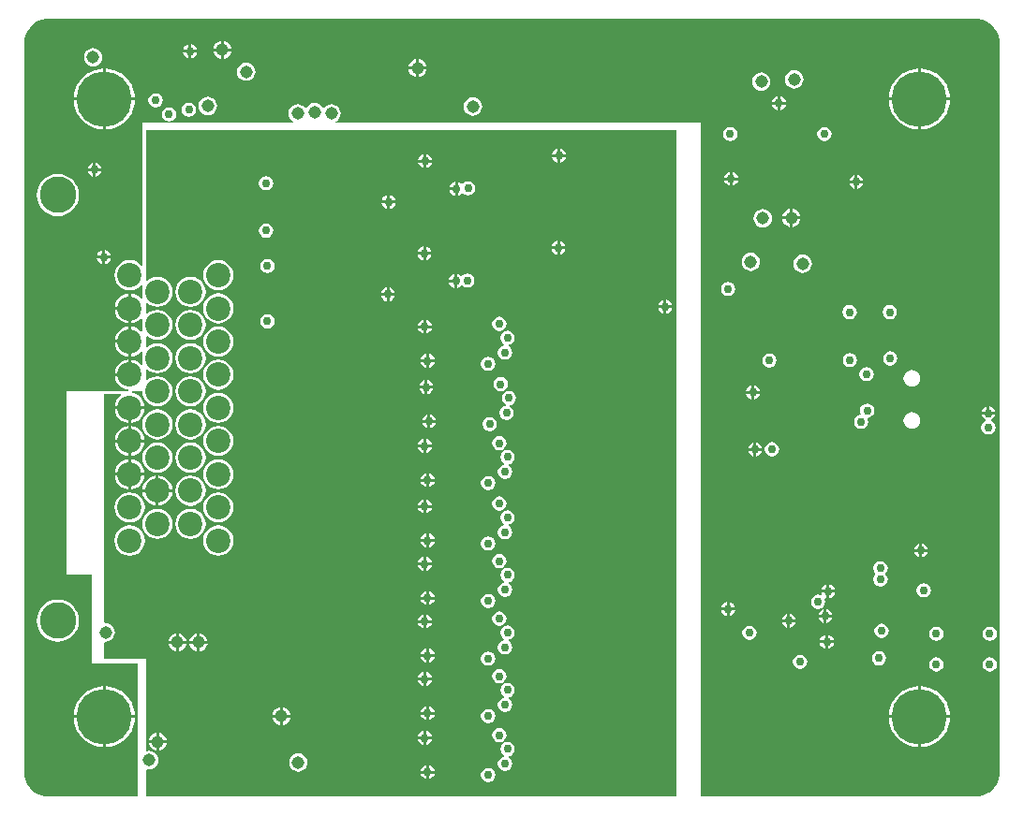
<source format=gbr>
%TF.GenerationSoftware,Altium Limited,Altium Designer,19.0.10 (269)*%
G04 Layer_Physical_Order=2*
G04 Layer_Color=36540*
%FSLAX26Y26*%
%MOIN*%
%TF.FileFunction,Copper,L2,Inr,Signal*%
%TF.Part,Single*%
G01*
G75*
%TA.AperFunction,ViaPad*%
%ADD31C,0.196850*%
%TA.AperFunction,ComponentPad*%
%ADD32C,0.086614*%
%ADD33C,0.129921*%
%TA.AperFunction,ViaPad*%
%ADD34C,0.030000*%
%ADD35C,0.045000*%
G36*
X2335000Y15293D02*
X447481D01*
Y110548D01*
X452481Y113210D01*
X460000Y112220D01*
X468484Y113337D01*
X476390Y116611D01*
X483179Y121821D01*
X488389Y128610D01*
X491663Y136516D01*
X492780Y145000D01*
X491663Y153484D01*
X488389Y161390D01*
X483179Y168179D01*
X476390Y173389D01*
X468484Y176663D01*
X460000Y177780D01*
X452481Y176790D01*
X447481Y179452D01*
X447480Y505000D01*
X300000Y505000D01*
Y564086D01*
X303759Y567383D01*
X305000Y567220D01*
X313484Y568337D01*
X321390Y571611D01*
X328179Y576821D01*
X333389Y583610D01*
X336663Y591516D01*
X337780Y600000D01*
X336663Y608484D01*
X333389Y616390D01*
X328179Y623179D01*
X321390Y628389D01*
X313484Y631663D01*
X305000Y632780D01*
X303759Y632617D01*
X300000Y635914D01*
X300000Y1449804D01*
X359126D01*
X360823Y1444804D01*
X351981Y1438019D01*
X343436Y1426884D01*
X338065Y1413916D01*
X336891Y1405000D01*
X390000D01*
X443109D01*
X441935Y1413916D01*
X436564Y1426884D01*
X428019Y1438019D01*
X416884Y1446564D01*
X403916Y1451935D01*
X400277Y1452414D01*
X397438Y1457398D01*
X398898Y1460000D01*
X433829Y1460000D01*
X434658Y1459055D01*
X436490Y1445139D01*
X441861Y1432171D01*
X450406Y1421036D01*
X461542Y1412491D01*
X474509Y1407120D01*
X488425Y1405288D01*
X502341Y1407120D01*
X515309Y1412491D01*
X526444Y1421036D01*
X534989Y1432171D01*
X540360Y1445139D01*
X542192Y1459055D01*
X540360Y1472971D01*
X534989Y1485939D01*
X526444Y1497074D01*
X515309Y1505619D01*
X502341Y1510990D01*
X488425Y1512822D01*
X474509Y1510990D01*
X461542Y1505619D01*
X452480Y1498666D01*
X447480Y1501132D01*
Y1535089D01*
X452480Y1537555D01*
X461542Y1530602D01*
X474509Y1525230D01*
X488425Y1523398D01*
X502341Y1525230D01*
X515309Y1530602D01*
X526444Y1539146D01*
X534989Y1550282D01*
X540360Y1563249D01*
X542192Y1577165D01*
X540360Y1591081D01*
X534989Y1604049D01*
X526444Y1615184D01*
X515309Y1623729D01*
X502341Y1629100D01*
X488425Y1630932D01*
X474509Y1629100D01*
X461542Y1623729D01*
X452480Y1616776D01*
X447480Y1619242D01*
Y1653199D01*
X452480Y1655665D01*
X461542Y1648712D01*
X474509Y1643341D01*
X488425Y1641508D01*
X502341Y1643341D01*
X515309Y1648712D01*
X526444Y1657256D01*
X534989Y1668392D01*
X540360Y1681360D01*
X542192Y1695276D01*
X540360Y1709191D01*
X534989Y1722159D01*
X526444Y1733295D01*
X515309Y1741839D01*
X502341Y1747211D01*
X488425Y1749043D01*
X474509Y1747211D01*
X461542Y1741839D01*
X452480Y1734886D01*
X447480Y1737352D01*
Y1771309D01*
X452480Y1773775D01*
X461542Y1766822D01*
X474509Y1761451D01*
X488425Y1759619D01*
X502341Y1761451D01*
X515309Y1766822D01*
X526444Y1775367D01*
X534989Y1786502D01*
X540360Y1799470D01*
X542192Y1813386D01*
X540360Y1827302D01*
X534989Y1840269D01*
X526444Y1851405D01*
X515309Y1859949D01*
X502341Y1865321D01*
X488425Y1867153D01*
X474509Y1865321D01*
X461542Y1859949D01*
X452480Y1852996D01*
X447480Y1855462D01*
X447480Y2390275D01*
X2335000Y2390276D01*
X2335000Y15293D01*
D02*
G37*
G36*
X3424708Y2781451D02*
X3440124Y2775066D01*
X3453997Y2765796D01*
X3465796Y2753997D01*
X3475066Y2740124D01*
X3481451Y2724708D01*
X3484707Y2708343D01*
Y2700000D01*
Y100000D01*
Y91657D01*
X3481451Y75292D01*
X3475066Y59876D01*
X3465796Y46003D01*
X3453997Y34204D01*
X3440124Y24934D01*
X3424708Y18549D01*
X3408343Y15293D01*
X2420374D01*
Y2414449D01*
X1123172D01*
X1122178Y2419449D01*
X1124166Y2420272D01*
X1130955Y2425482D01*
X1136164Y2432271D01*
X1139439Y2440177D01*
X1140556Y2448661D01*
X1139439Y2457145D01*
X1136164Y2465051D01*
X1130955Y2471840D01*
X1124166Y2477050D01*
X1116260Y2480325D01*
X1107776Y2481441D01*
X1099292Y2480325D01*
X1091386Y2477050D01*
X1084597Y2471840D01*
X1082154Y2468657D01*
X1076430Y2469411D01*
X1076164Y2470051D01*
X1070955Y2476840D01*
X1064166Y2482050D01*
X1056260Y2485325D01*
X1047776Y2486441D01*
X1039292Y2485325D01*
X1031386Y2482050D01*
X1024597Y2476840D01*
X1019387Y2470051D01*
X1019122Y2469411D01*
X1013398Y2468657D01*
X1010955Y2471840D01*
X1004166Y2477050D01*
X996260Y2480325D01*
X987776Y2481441D01*
X979292Y2480325D01*
X971385Y2477050D01*
X964596Y2471840D01*
X959387Y2465051D01*
X956112Y2457145D01*
X954995Y2448661D01*
X956112Y2440177D01*
X959387Y2432271D01*
X964596Y2425482D01*
X971385Y2420272D01*
X973374Y2419449D01*
X972379Y2414449D01*
X435000D01*
Y1909140D01*
X430265Y1907533D01*
X428019Y1910460D01*
X416884Y1919005D01*
X403916Y1924376D01*
X390000Y1926208D01*
X376084Y1924376D01*
X363116Y1919005D01*
X351981Y1910460D01*
X343436Y1899324D01*
X338065Y1886357D01*
X336233Y1872441D01*
X338065Y1858525D01*
X343436Y1845557D01*
X351981Y1834422D01*
X363116Y1825877D01*
X376084Y1820506D01*
X390000Y1818674D01*
X403916Y1820506D01*
X416884Y1825877D01*
X428019Y1834422D01*
X430265Y1837349D01*
X435000Y1835742D01*
Y1815983D01*
X434658Y1813386D01*
X435000Y1810789D01*
Y1791030D01*
X430265Y1789422D01*
X428019Y1792350D01*
X416884Y1800894D01*
X403916Y1806266D01*
X395000Y1807439D01*
Y1754331D01*
Y1701222D01*
X403916Y1702396D01*
X416884Y1707767D01*
X428019Y1716312D01*
X430265Y1719239D01*
X435000Y1717632D01*
Y1697872D01*
X434658Y1695276D01*
X435000Y1692679D01*
Y1672919D01*
X430265Y1671312D01*
X428019Y1674240D01*
X416884Y1682784D01*
X403916Y1688156D01*
X395000Y1689329D01*
Y1636220D01*
Y1583112D01*
X403916Y1584285D01*
X416884Y1589657D01*
X428019Y1598201D01*
X430265Y1601129D01*
X435000Y1599522D01*
Y1579762D01*
X434658Y1577165D01*
X435000Y1574568D01*
Y1554809D01*
X430265Y1553202D01*
X428019Y1556129D01*
X416884Y1564674D01*
X403916Y1570045D01*
X395000Y1571219D01*
Y1518110D01*
X390000D01*
Y1513110D01*
X336891D01*
X338065Y1504194D01*
X343436Y1491227D01*
X351981Y1480091D01*
X363116Y1471546D01*
X376084Y1466175D01*
X385010Y1465000D01*
X384683Y1460000D01*
X165000D01*
Y806767D01*
X255000D01*
Y490000D01*
X420000D01*
Y15293D01*
X91657D01*
X75292Y18549D01*
X59876Y24934D01*
X46003Y34204D01*
X34204Y46003D01*
X24934Y59876D01*
X18549Y75292D01*
X15293Y91657D01*
Y100000D01*
Y2700000D01*
Y2708343D01*
X18549Y2724708D01*
X24934Y2740124D01*
X34204Y2753997D01*
X46003Y2765796D01*
X59876Y2775066D01*
X75292Y2781451D01*
X91657Y2784707D01*
X3408343D01*
X3424708Y2781451D01*
D02*
G37*
%LPC*%
G36*
X1922688Y2323054D02*
Y2303559D01*
X1942183D01*
X1941237Y2308314D01*
X1935712Y2316583D01*
X1927442Y2322109D01*
X1922688Y2323054D01*
D02*
G37*
G36*
X1912688D02*
X1907933Y2322109D01*
X1899664Y2316583D01*
X1894138Y2308314D01*
X1893193Y2303559D01*
X1912688D01*
Y2323054D01*
D02*
G37*
G36*
X1446322Y2303814D02*
Y2284319D01*
X1465817D01*
X1464871Y2289073D01*
X1459346Y2297343D01*
X1451076Y2302868D01*
X1446322Y2303814D01*
D02*
G37*
G36*
X1436322D02*
X1431567Y2302868D01*
X1423298Y2297343D01*
X1417772Y2289073D01*
X1416826Y2284319D01*
X1436322D01*
Y2303814D01*
D02*
G37*
G36*
X1942183Y2293559D02*
X1922688D01*
Y2274064D01*
X1927442Y2275010D01*
X1935712Y2280535D01*
X1941237Y2288805D01*
X1942183Y2293559D01*
D02*
G37*
G36*
X1912688D02*
X1893193D01*
X1894138Y2288805D01*
X1899664Y2280535D01*
X1907933Y2275010D01*
X1912688Y2274064D01*
Y2293559D01*
D02*
G37*
G36*
X1465817Y2274319D02*
X1446322D01*
Y2254823D01*
X1451076Y2255769D01*
X1459346Y2261295D01*
X1464871Y2269564D01*
X1465817Y2274319D01*
D02*
G37*
G36*
X1436322D02*
X1416826D01*
X1417772Y2269564D01*
X1423298Y2261295D01*
X1431567Y2255769D01*
X1436322Y2254823D01*
Y2274319D01*
D02*
G37*
G36*
X1593593Y2207643D02*
X1583839Y2205703D01*
X1575570Y2200177D01*
X1574281Y2198248D01*
X1570793D01*
X1562523Y2203773D01*
X1557769Y2204719D01*
Y2180224D01*
Y2155729D01*
X1562523Y2156675D01*
X1570793Y2162200D01*
X1572082Y2164129D01*
X1575570D01*
X1583839Y2158604D01*
X1593593Y2156663D01*
X1603348Y2158604D01*
X1611618Y2164129D01*
X1617143Y2172399D01*
X1619083Y2182153D01*
X1617143Y2191908D01*
X1611618Y2200177D01*
X1603348Y2205703D01*
X1593593Y2207643D01*
D02*
G37*
G36*
X1547769Y2204719D02*
X1543014Y2203773D01*
X1534745Y2198248D01*
X1529219Y2189979D01*
X1528273Y2185224D01*
X1547769D01*
Y2204719D01*
D02*
G37*
G36*
X875000Y2225490D02*
X865245Y2223550D01*
X856976Y2218024D01*
X851451Y2209755D01*
X849510Y2200000D01*
X851451Y2190245D01*
X856976Y2181976D01*
X865245Y2176450D01*
X875000Y2174510D01*
X884755Y2176450D01*
X893024Y2181976D01*
X898549Y2190245D01*
X900490Y2200000D01*
X898549Y2209755D01*
X893024Y2218024D01*
X884755Y2223550D01*
X875000Y2225490D01*
D02*
G37*
G36*
X1547769Y2175224D02*
X1528273D01*
X1529219Y2170470D01*
X1534745Y2162200D01*
X1543014Y2156675D01*
X1547769Y2155729D01*
Y2175224D01*
D02*
G37*
G36*
X1316108Y2157554D02*
Y2138059D01*
X1335603D01*
X1334657Y2142813D01*
X1329132Y2151083D01*
X1320862Y2156608D01*
X1316108Y2157554D01*
D02*
G37*
G36*
X1306108D02*
X1301353Y2156608D01*
X1293084Y2151083D01*
X1287558Y2142813D01*
X1286612Y2138059D01*
X1306108D01*
Y2157554D01*
D02*
G37*
G36*
X1335603Y2128059D02*
X1316108D01*
Y2108564D01*
X1320862Y2109509D01*
X1329132Y2115035D01*
X1334657Y2123304D01*
X1335603Y2128059D01*
D02*
G37*
G36*
X1306108D02*
X1286612D01*
X1287558Y2123304D01*
X1293084Y2115035D01*
X1301353Y2109509D01*
X1306108Y2108564D01*
Y2128059D01*
D02*
G37*
G36*
X875000Y2056564D02*
X865245Y2054624D01*
X856976Y2049098D01*
X851451Y2040829D01*
X849510Y2031074D01*
X851451Y2021320D01*
X856976Y2013050D01*
X865245Y2007525D01*
X875000Y2005585D01*
X884755Y2007525D01*
X893024Y2013050D01*
X898549Y2021320D01*
X900490Y2031074D01*
X898549Y2040829D01*
X893024Y2049098D01*
X884755Y2054624D01*
X875000Y2056564D01*
D02*
G37*
G36*
X1920218Y1994495D02*
Y1975000D01*
X1939713D01*
X1938767Y1979755D01*
X1933242Y1988024D01*
X1924972Y1993550D01*
X1920218Y1994495D01*
D02*
G37*
G36*
X1910218D02*
X1905463Y1993550D01*
X1897194Y1988024D01*
X1891668Y1979755D01*
X1890723Y1975000D01*
X1910218D01*
Y1994495D01*
D02*
G37*
G36*
X1443852Y1975255D02*
Y1955759D01*
X1463347D01*
X1462401Y1960514D01*
X1456876Y1968784D01*
X1448606Y1974309D01*
X1443852Y1975255D01*
D02*
G37*
G36*
X1433852D02*
X1429097Y1974309D01*
X1420828Y1968784D01*
X1415302Y1960514D01*
X1414357Y1955759D01*
X1433852D01*
Y1975255D01*
D02*
G37*
G36*
X1939713Y1965000D02*
X1920218D01*
Y1945505D01*
X1924972Y1946450D01*
X1933242Y1951976D01*
X1938767Y1960245D01*
X1939713Y1965000D01*
D02*
G37*
G36*
X1910218D02*
X1890723D01*
X1891668Y1960245D01*
X1897194Y1951976D01*
X1905463Y1946450D01*
X1910218Y1945505D01*
Y1965000D01*
D02*
G37*
G36*
X1463347Y1945759D02*
X1443852D01*
Y1926264D01*
X1448606Y1927210D01*
X1456876Y1932736D01*
X1462401Y1941005D01*
X1463347Y1945759D01*
D02*
G37*
G36*
X1433852D02*
X1414357D01*
X1415302Y1941005D01*
X1420828Y1932736D01*
X1429097Y1927210D01*
X1433852Y1926264D01*
Y1945759D01*
D02*
G37*
G36*
X880000Y1930490D02*
X870245Y1928550D01*
X861976Y1923024D01*
X856451Y1914755D01*
X854510Y1905000D01*
X856451Y1895245D01*
X861976Y1886976D01*
X870245Y1881450D01*
X880000Y1879510D01*
X889755Y1881450D01*
X898024Y1886976D01*
X903549Y1895245D01*
X905490Y1905000D01*
X903549Y1914755D01*
X898024Y1923024D01*
X889755Y1928550D01*
X880000Y1930490D01*
D02*
G37*
G36*
X1591124Y1879084D02*
X1581369Y1877144D01*
X1573100Y1871618D01*
X1571811Y1869689D01*
X1568323D01*
X1560053Y1875214D01*
X1555299Y1876160D01*
Y1851665D01*
Y1827170D01*
X1560053Y1828115D01*
X1568323Y1833641D01*
X1569612Y1835570D01*
X1573100D01*
X1581369Y1830045D01*
X1591124Y1828104D01*
X1600878Y1830045D01*
X1609148Y1835570D01*
X1614673Y1843840D01*
X1616613Y1853594D01*
X1614673Y1863349D01*
X1609148Y1871618D01*
X1600878Y1877144D01*
X1591124Y1879084D01*
D02*
G37*
G36*
X1545299Y1876160D02*
X1540544Y1875214D01*
X1532275Y1869689D01*
X1526749Y1861419D01*
X1525804Y1856665D01*
X1545299D01*
Y1876160D01*
D02*
G37*
G36*
Y1846665D02*
X1525804D01*
X1526749Y1841910D01*
X1532275Y1833641D01*
X1540544Y1828115D01*
X1545299Y1827170D01*
Y1846665D01*
D02*
G37*
G36*
X704961Y1926208D02*
X691045Y1924376D01*
X678077Y1919005D01*
X666942Y1910460D01*
X658397Y1899324D01*
X653026Y1886357D01*
X651193Y1872441D01*
X653026Y1858525D01*
X658397Y1845557D01*
X666942Y1834422D01*
X678077Y1825877D01*
X691045Y1820506D01*
X704961Y1818674D01*
X718876Y1820506D01*
X731844Y1825877D01*
X742980Y1834422D01*
X751524Y1845557D01*
X756896Y1858525D01*
X758728Y1872441D01*
X756896Y1886357D01*
X751524Y1899324D01*
X742980Y1910460D01*
X731844Y1919005D01*
X718876Y1924376D01*
X704961Y1926208D01*
D02*
G37*
G36*
X1313638Y1828995D02*
Y1809500D01*
X1333133D01*
X1332187Y1814254D01*
X1326662Y1822524D01*
X1318392Y1828049D01*
X1313638Y1828995D01*
D02*
G37*
G36*
X1303638D02*
X1298883Y1828049D01*
X1290614Y1822524D01*
X1285088Y1814254D01*
X1284143Y1809500D01*
X1303638D01*
Y1828995D01*
D02*
G37*
G36*
X1333133Y1799500D02*
X1313638D01*
Y1780004D01*
X1318392Y1780950D01*
X1326662Y1786476D01*
X1332187Y1794745D01*
X1333133Y1799500D01*
D02*
G37*
G36*
X1303638D02*
X1284143D01*
X1285088Y1794745D01*
X1290614Y1786476D01*
X1298883Y1780950D01*
X1303638Y1780004D01*
Y1799500D01*
D02*
G37*
G36*
X2300000Y1784462D02*
Y1764966D01*
X2319495D01*
X2318550Y1769721D01*
X2313024Y1777990D01*
X2304755Y1783516D01*
X2300000Y1784462D01*
D02*
G37*
G36*
X2290000D02*
X2285245Y1783516D01*
X2276976Y1777990D01*
X2271450Y1769721D01*
X2270505Y1764966D01*
X2290000D01*
Y1784462D01*
D02*
G37*
G36*
X606535Y1867153D02*
X592620Y1865321D01*
X579652Y1859949D01*
X568516Y1851405D01*
X559972Y1840269D01*
X554600Y1827302D01*
X552768Y1813386D01*
X554600Y1799470D01*
X559972Y1786502D01*
X568516Y1775367D01*
X579652Y1766822D01*
X592620Y1761451D01*
X606535Y1759619D01*
X620451Y1761451D01*
X633419Y1766822D01*
X644554Y1775367D01*
X653099Y1786502D01*
X658470Y1799470D01*
X660303Y1813386D01*
X658470Y1827302D01*
X653099Y1840269D01*
X644554Y1851405D01*
X633419Y1859949D01*
X620451Y1865321D01*
X606535Y1867153D01*
D02*
G37*
G36*
X2319495Y1754966D02*
X2300000D01*
Y1735471D01*
X2304755Y1736417D01*
X2313024Y1741942D01*
X2318550Y1750212D01*
X2319495Y1754966D01*
D02*
G37*
G36*
X2290000D02*
X2270505D01*
X2271450Y1750212D01*
X2276976Y1741942D01*
X2285245Y1736417D01*
X2290000Y1735471D01*
Y1754966D01*
D02*
G37*
G36*
X704961Y1808098D02*
X691045Y1806266D01*
X678077Y1800894D01*
X666942Y1792350D01*
X658397Y1781214D01*
X653026Y1768247D01*
X651193Y1754331D01*
X653026Y1740415D01*
X658397Y1727447D01*
X666942Y1716312D01*
X678077Y1707767D01*
X691045Y1702396D01*
X704961Y1700564D01*
X718876Y1702396D01*
X731844Y1707767D01*
X742980Y1716312D01*
X751524Y1727447D01*
X756896Y1740415D01*
X758728Y1754331D01*
X756896Y1768247D01*
X751524Y1781214D01*
X742980Y1792350D01*
X731844Y1800894D01*
X718876Y1806266D01*
X704961Y1808098D01*
D02*
G37*
G36*
X1445000Y1713856D02*
Y1694361D01*
X1464495D01*
X1463549Y1699115D01*
X1458024Y1707385D01*
X1449754Y1712910D01*
X1445000Y1713856D01*
D02*
G37*
G36*
X1435000D02*
X1430245Y1712910D01*
X1421976Y1707385D01*
X1416450Y1699115D01*
X1415504Y1694361D01*
X1435000D01*
Y1713856D01*
D02*
G37*
G36*
X880000Y1733237D02*
X870245Y1731296D01*
X861976Y1725771D01*
X856451Y1717502D01*
X854510Y1707747D01*
X856451Y1697993D01*
X861976Y1689723D01*
X870245Y1684197D01*
X880000Y1682257D01*
X889755Y1684197D01*
X898024Y1689723D01*
X903549Y1697993D01*
X905490Y1707747D01*
X903549Y1717502D01*
X898024Y1725771D01*
X889755Y1731296D01*
X880000Y1733237D01*
D02*
G37*
G36*
X1705000Y1724851D02*
X1695246Y1722910D01*
X1686976Y1717385D01*
X1681451Y1709115D01*
X1679510Y1699361D01*
X1681451Y1689606D01*
X1686976Y1681337D01*
X1695246Y1675811D01*
X1705000Y1673871D01*
X1714755Y1675811D01*
X1723024Y1681337D01*
X1728550Y1689606D01*
X1730490Y1699361D01*
X1728550Y1709115D01*
X1723024Y1717385D01*
X1714755Y1722910D01*
X1705000Y1724851D01*
D02*
G37*
G36*
X1464495Y1684361D02*
X1445000D01*
Y1664866D01*
X1449754Y1665811D01*
X1458024Y1671337D01*
X1463549Y1679606D01*
X1464495Y1684361D01*
D02*
G37*
G36*
X1435000D02*
X1415504D01*
X1416450Y1679606D01*
X1421976Y1671337D01*
X1430245Y1665811D01*
X1435000Y1664866D01*
Y1684361D01*
D02*
G37*
G36*
X606535Y1749043D02*
X592620Y1747211D01*
X579652Y1741839D01*
X568516Y1733295D01*
X559972Y1722159D01*
X554600Y1709191D01*
X552768Y1695276D01*
X554600Y1681360D01*
X559972Y1668392D01*
X568516Y1657256D01*
X579652Y1648712D01*
X592620Y1643341D01*
X606535Y1641508D01*
X620451Y1643341D01*
X633419Y1648712D01*
X644554Y1657256D01*
X653099Y1668392D01*
X658470Y1681360D01*
X660303Y1695276D01*
X658470Y1709191D01*
X653099Y1722159D01*
X644554Y1733295D01*
X633419Y1741839D01*
X620451Y1747211D01*
X606535Y1749043D01*
D02*
G37*
G36*
X704961Y1689988D02*
X691045Y1688156D01*
X678077Y1682784D01*
X666942Y1674240D01*
X658397Y1663104D01*
X653026Y1650136D01*
X651193Y1636220D01*
X653026Y1622305D01*
X658397Y1609337D01*
X666942Y1598201D01*
X678077Y1589657D01*
X691045Y1584285D01*
X704961Y1582453D01*
X718876Y1584285D01*
X731844Y1589657D01*
X742980Y1598201D01*
X751524Y1609337D01*
X756896Y1622305D01*
X758728Y1636220D01*
X756896Y1650136D01*
X751524Y1663104D01*
X742980Y1674240D01*
X731844Y1682784D01*
X718876Y1688156D01*
X704961Y1689988D01*
D02*
G37*
G36*
X1455000Y1592089D02*
Y1572594D01*
X1474495D01*
X1473549Y1577348D01*
X1468024Y1585618D01*
X1459754Y1591143D01*
X1455000Y1592089D01*
D02*
G37*
G36*
X1445000D02*
X1440245Y1591143D01*
X1431976Y1585618D01*
X1426450Y1577348D01*
X1425504Y1572594D01*
X1445000D01*
Y1592089D01*
D02*
G37*
G36*
X1734692Y1674857D02*
X1724938Y1672916D01*
X1716668Y1667391D01*
X1711143Y1659121D01*
X1709202Y1649367D01*
X1711143Y1639612D01*
X1716668Y1631343D01*
X1722968Y1627133D01*
X1721912Y1621825D01*
X1715759Y1620602D01*
X1707489Y1615076D01*
X1701964Y1606807D01*
X1700023Y1597052D01*
X1701964Y1587298D01*
X1707489Y1579028D01*
X1715759Y1573503D01*
X1725513Y1571562D01*
X1735268Y1573503D01*
X1743537Y1579028D01*
X1749063Y1587298D01*
X1751003Y1597052D01*
X1749063Y1606807D01*
X1743537Y1615076D01*
X1737238Y1619285D01*
X1738294Y1624593D01*
X1744447Y1625817D01*
X1752716Y1631343D01*
X1758242Y1639612D01*
X1760182Y1649367D01*
X1758242Y1659121D01*
X1752716Y1667391D01*
X1744447Y1672916D01*
X1734692Y1674857D01*
D02*
G37*
G36*
X1474495Y1562594D02*
X1455000D01*
Y1543099D01*
X1459754Y1544044D01*
X1468024Y1549570D01*
X1473549Y1557839D01*
X1474495Y1562594D01*
D02*
G37*
G36*
X1445000D02*
X1425504D01*
X1426450Y1557839D01*
X1431976Y1549570D01*
X1440245Y1544044D01*
X1445000Y1543099D01*
Y1562594D01*
D02*
G37*
G36*
X1665513Y1582612D02*
X1655759Y1580671D01*
X1647489Y1575146D01*
X1641964Y1566876D01*
X1640023Y1557122D01*
X1641964Y1547367D01*
X1647489Y1539098D01*
X1655759Y1533572D01*
X1665513Y1531632D01*
X1675268Y1533572D01*
X1683537Y1539098D01*
X1689063Y1547367D01*
X1691003Y1557122D01*
X1689063Y1566876D01*
X1683537Y1575146D01*
X1675268Y1580671D01*
X1665513Y1582612D01*
D02*
G37*
G36*
X606535Y1630932D02*
X592620Y1629100D01*
X579652Y1623729D01*
X568516Y1615184D01*
X559972Y1604049D01*
X554600Y1591081D01*
X552768Y1577165D01*
X554600Y1563249D01*
X559972Y1550282D01*
X568516Y1539146D01*
X579652Y1530602D01*
X592620Y1525230D01*
X606535Y1523398D01*
X620451Y1525230D01*
X633419Y1530602D01*
X644554Y1539146D01*
X653099Y1550282D01*
X658470Y1563249D01*
X660303Y1577165D01*
X658470Y1591081D01*
X653099Y1604049D01*
X644554Y1615184D01*
X633419Y1623729D01*
X620451Y1629100D01*
X606535Y1630932D01*
D02*
G37*
G36*
X1450000Y1498856D02*
Y1479361D01*
X1469495D01*
X1468549Y1484115D01*
X1463024Y1492385D01*
X1454754Y1497910D01*
X1450000Y1498856D01*
D02*
G37*
G36*
X1440000D02*
X1435245Y1497910D01*
X1426976Y1492385D01*
X1421450Y1484115D01*
X1420504Y1479361D01*
X1440000D01*
Y1498856D01*
D02*
G37*
G36*
X704961Y1571877D02*
X691045Y1570045D01*
X678077Y1564674D01*
X666942Y1556129D01*
X658397Y1544994D01*
X653026Y1532026D01*
X651193Y1518110D01*
X653026Y1504194D01*
X658397Y1491227D01*
X666942Y1480091D01*
X678077Y1471546D01*
X691045Y1466175D01*
X704961Y1464343D01*
X718876Y1466175D01*
X731844Y1471546D01*
X742980Y1480091D01*
X751524Y1491227D01*
X756896Y1504194D01*
X758728Y1518110D01*
X756896Y1532026D01*
X751524Y1544994D01*
X742980Y1556129D01*
X731844Y1564674D01*
X718876Y1570045D01*
X704961Y1571877D01*
D02*
G37*
G36*
X1710000Y1509851D02*
X1700246Y1507910D01*
X1691976Y1502385D01*
X1686451Y1494115D01*
X1684510Y1484361D01*
X1686451Y1474606D01*
X1691976Y1466337D01*
X1700246Y1460811D01*
X1710000Y1458871D01*
X1719755Y1460811D01*
X1728024Y1466337D01*
X1733550Y1474606D01*
X1735490Y1484361D01*
X1733550Y1494115D01*
X1728024Y1502385D01*
X1719755Y1507910D01*
X1710000Y1509851D01*
D02*
G37*
G36*
X1469495Y1469361D02*
X1450000D01*
Y1449866D01*
X1454754Y1450811D01*
X1463024Y1456337D01*
X1468549Y1464606D01*
X1469495Y1469361D01*
D02*
G37*
G36*
X1440000D02*
X1420504D01*
X1421450Y1464606D01*
X1426976Y1456337D01*
X1435245Y1450811D01*
X1440000Y1449866D01*
Y1469361D01*
D02*
G37*
G36*
X606535Y1512822D02*
X592620Y1510990D01*
X579652Y1505619D01*
X568516Y1497074D01*
X559972Y1485939D01*
X554600Y1472971D01*
X552768Y1459055D01*
X554600Y1445139D01*
X559972Y1432171D01*
X568516Y1421036D01*
X579652Y1412491D01*
X592620Y1407120D01*
X606535Y1405288D01*
X620451Y1407120D01*
X633419Y1412491D01*
X644554Y1421036D01*
X653099Y1432171D01*
X658470Y1445139D01*
X660303Y1459055D01*
X658470Y1472971D01*
X653099Y1485939D01*
X644554Y1497074D01*
X633419Y1505619D01*
X620451Y1510990D01*
X606535Y1512822D01*
D02*
G37*
G36*
X1460000Y1377089D02*
Y1357594D01*
X1479495D01*
X1478549Y1362348D01*
X1473024Y1370618D01*
X1464754Y1376143D01*
X1460000Y1377089D01*
D02*
G37*
G36*
X1450000D02*
X1445245Y1376143D01*
X1436976Y1370618D01*
X1431450Y1362348D01*
X1430504Y1357594D01*
X1450000D01*
Y1377089D01*
D02*
G37*
G36*
X1739692Y1459857D02*
X1729938Y1457916D01*
X1721668Y1452391D01*
X1716143Y1444121D01*
X1714202Y1434367D01*
X1716143Y1424612D01*
X1721668Y1416343D01*
X1727968Y1412133D01*
X1726912Y1406825D01*
X1720759Y1405602D01*
X1712489Y1400076D01*
X1706964Y1391807D01*
X1705023Y1382052D01*
X1706964Y1372298D01*
X1712489Y1364028D01*
X1720759Y1358503D01*
X1730513Y1356562D01*
X1740268Y1358503D01*
X1748537Y1364028D01*
X1754063Y1372298D01*
X1756003Y1382052D01*
X1754063Y1391807D01*
X1748537Y1400076D01*
X1742238Y1404285D01*
X1743294Y1409593D01*
X1749447Y1410817D01*
X1757716Y1416343D01*
X1763242Y1424612D01*
X1765182Y1434367D01*
X1763242Y1444121D01*
X1757716Y1452391D01*
X1749447Y1457916D01*
X1739692Y1459857D01*
D02*
G37*
G36*
X443109Y1395000D02*
X395000D01*
Y1346891D01*
X403916Y1348065D01*
X416884Y1353436D01*
X428019Y1361981D01*
X436564Y1373116D01*
X441935Y1386084D01*
X443109Y1395000D01*
D02*
G37*
G36*
X385000D02*
X336891D01*
X338065Y1386084D01*
X343436Y1373116D01*
X351981Y1361981D01*
X363116Y1353436D01*
X376084Y1348065D01*
X385000Y1346891D01*
Y1395000D01*
D02*
G37*
G36*
X704961Y1453767D02*
X691045Y1451935D01*
X678077Y1446564D01*
X666942Y1438019D01*
X658397Y1426884D01*
X653026Y1413916D01*
X651193Y1400000D01*
X653026Y1386084D01*
X658397Y1373116D01*
X666942Y1361981D01*
X678077Y1353436D01*
X691045Y1348065D01*
X704961Y1346233D01*
X718876Y1348065D01*
X731844Y1353436D01*
X742980Y1361981D01*
X751524Y1373116D01*
X756896Y1386084D01*
X758728Y1400000D01*
X756896Y1413916D01*
X751524Y1426884D01*
X742980Y1438019D01*
X731844Y1446564D01*
X718876Y1451935D01*
X704961Y1453767D01*
D02*
G37*
G36*
X1479495Y1347594D02*
X1460000D01*
Y1328099D01*
X1464754Y1329044D01*
X1473024Y1334570D01*
X1478549Y1342839D01*
X1479495Y1347594D01*
D02*
G37*
G36*
X1450000D02*
X1430504D01*
X1431450Y1342839D01*
X1436976Y1334570D01*
X1445245Y1329044D01*
X1450000Y1328099D01*
Y1347594D01*
D02*
G37*
G36*
X1670513Y1367612D02*
X1660759Y1365671D01*
X1652489Y1360146D01*
X1646964Y1351876D01*
X1645023Y1342122D01*
X1646964Y1332367D01*
X1652489Y1324098D01*
X1660759Y1318572D01*
X1670513Y1316632D01*
X1680268Y1318572D01*
X1688537Y1324098D01*
X1694063Y1332367D01*
X1696003Y1342122D01*
X1694063Y1351876D01*
X1688537Y1360146D01*
X1680268Y1365671D01*
X1670513Y1367612D01*
D02*
G37*
G36*
X606535Y1394712D02*
X592620Y1392880D01*
X579652Y1387509D01*
X568516Y1378964D01*
X559972Y1367829D01*
X554600Y1354861D01*
X552768Y1340945D01*
X554600Y1327029D01*
X559972Y1314061D01*
X568516Y1302926D01*
X579652Y1294381D01*
X592620Y1289010D01*
X606535Y1287178D01*
X620451Y1289010D01*
X633419Y1294381D01*
X644554Y1302926D01*
X653099Y1314061D01*
X658470Y1327029D01*
X660303Y1340945D01*
X658470Y1354861D01*
X653099Y1367829D01*
X644554Y1378964D01*
X633419Y1387509D01*
X620451Y1392880D01*
X606535Y1394712D01*
D02*
G37*
G36*
X488425D02*
X474509Y1392880D01*
X461542Y1387509D01*
X450406Y1378964D01*
X441861Y1367829D01*
X436490Y1354861D01*
X434658Y1340945D01*
X436490Y1327029D01*
X441861Y1314061D01*
X450406Y1302926D01*
X461542Y1294381D01*
X474509Y1289010D01*
X488425Y1287178D01*
X502341Y1289010D01*
X515309Y1294381D01*
X526444Y1302926D01*
X534989Y1314061D01*
X540360Y1327029D01*
X542192Y1340945D01*
X540360Y1354861D01*
X534989Y1367829D01*
X526444Y1378964D01*
X515309Y1387509D01*
X502341Y1392880D01*
X488425Y1394712D01*
D02*
G37*
G36*
X395000Y1334998D02*
Y1286890D01*
X443109D01*
X441935Y1295806D01*
X436564Y1308773D01*
X428019Y1319909D01*
X416884Y1328453D01*
X403916Y1333825D01*
X395000Y1334998D01*
D02*
G37*
G36*
X385000D02*
X376084Y1333825D01*
X363116Y1328453D01*
X351981Y1319909D01*
X343436Y1308773D01*
X338065Y1295806D01*
X336891Y1286890D01*
X385000D01*
Y1334998D01*
D02*
G37*
G36*
X1445000Y1288856D02*
Y1269361D01*
X1464495D01*
X1463549Y1274115D01*
X1458024Y1282385D01*
X1449754Y1287910D01*
X1445000Y1288856D01*
D02*
G37*
G36*
X1435000D02*
X1430245Y1287910D01*
X1421976Y1282385D01*
X1416450Y1274115D01*
X1415504Y1269361D01*
X1435000D01*
Y1288856D01*
D02*
G37*
G36*
X1705000Y1299851D02*
X1695246Y1297910D01*
X1686976Y1292385D01*
X1681451Y1284115D01*
X1679510Y1274361D01*
X1681451Y1264606D01*
X1686976Y1256337D01*
X1695246Y1250811D01*
X1705000Y1248871D01*
X1714755Y1250811D01*
X1723024Y1256337D01*
X1728550Y1264606D01*
X1730490Y1274361D01*
X1728550Y1284115D01*
X1723024Y1292385D01*
X1714755Y1297910D01*
X1705000Y1299851D01*
D02*
G37*
G36*
X1464495Y1259361D02*
X1445000D01*
Y1239866D01*
X1449754Y1240811D01*
X1458024Y1246337D01*
X1463549Y1254606D01*
X1464495Y1259361D01*
D02*
G37*
G36*
X1435000D02*
X1415504D01*
X1416450Y1254606D01*
X1421976Y1246337D01*
X1430245Y1240811D01*
X1435000Y1239866D01*
Y1259361D01*
D02*
G37*
G36*
X443109Y1276890D02*
X395000D01*
Y1228781D01*
X403916Y1229955D01*
X416884Y1235326D01*
X428019Y1243871D01*
X436564Y1255006D01*
X441935Y1267974D01*
X443109Y1276890D01*
D02*
G37*
G36*
X385000D02*
X336891D01*
X338065Y1267974D01*
X343436Y1255006D01*
X351981Y1243871D01*
X363116Y1235326D01*
X376084Y1229955D01*
X385000Y1228781D01*
Y1276890D01*
D02*
G37*
G36*
X704961Y1335657D02*
X691045Y1333825D01*
X678077Y1328453D01*
X666942Y1319909D01*
X658397Y1308773D01*
X653026Y1295806D01*
X651193Y1281890D01*
X653026Y1267974D01*
X658397Y1255006D01*
X666942Y1243871D01*
X678077Y1235326D01*
X691045Y1229955D01*
X704961Y1228123D01*
X718876Y1229955D01*
X731844Y1235326D01*
X742980Y1243871D01*
X751524Y1255006D01*
X756896Y1267974D01*
X758728Y1281890D01*
X756896Y1295806D01*
X751524Y1308773D01*
X742980Y1319909D01*
X731844Y1328453D01*
X718876Y1333825D01*
X704961Y1335657D01*
D02*
G37*
G36*
X606535Y1276602D02*
X592620Y1274770D01*
X579652Y1269398D01*
X568516Y1260854D01*
X559972Y1249718D01*
X554600Y1236751D01*
X552768Y1222835D01*
X554600Y1208919D01*
X559972Y1195951D01*
X568516Y1184815D01*
X579652Y1176271D01*
X592620Y1170900D01*
X606535Y1169068D01*
X620451Y1170900D01*
X633419Y1176271D01*
X644554Y1184815D01*
X653099Y1195951D01*
X658470Y1208919D01*
X660303Y1222835D01*
X658470Y1236751D01*
X653099Y1249718D01*
X644554Y1260854D01*
X633419Y1269398D01*
X620451Y1274770D01*
X606535Y1276602D01*
D02*
G37*
G36*
X488425D02*
X474509Y1274770D01*
X461542Y1269398D01*
X450406Y1260854D01*
X441861Y1249718D01*
X436490Y1236751D01*
X434658Y1222835D01*
X436490Y1208919D01*
X441861Y1195951D01*
X450406Y1184815D01*
X461542Y1176271D01*
X474509Y1170900D01*
X488425Y1169068D01*
X502341Y1170900D01*
X515309Y1176271D01*
X526444Y1184815D01*
X534989Y1195951D01*
X540360Y1208919D01*
X542192Y1222835D01*
X540360Y1236751D01*
X534989Y1249718D01*
X526444Y1260854D01*
X515309Y1269398D01*
X502341Y1274770D01*
X488425Y1276602D01*
D02*
G37*
G36*
X395000Y1216888D02*
Y1168780D01*
X443109D01*
X441935Y1177695D01*
X436564Y1190663D01*
X428019Y1201799D01*
X416884Y1210343D01*
X403916Y1215715D01*
X395000Y1216888D01*
D02*
G37*
G36*
X385000D02*
X376084Y1215715D01*
X363116Y1210343D01*
X351981Y1201799D01*
X343436Y1190663D01*
X338065Y1177695D01*
X336891Y1168780D01*
X385000D01*
Y1216888D01*
D02*
G37*
G36*
X1455000Y1167089D02*
Y1147594D01*
X1474495D01*
X1473549Y1152348D01*
X1468024Y1160618D01*
X1459754Y1166143D01*
X1455000Y1167089D01*
D02*
G37*
G36*
X1445000D02*
X1440245Y1166143D01*
X1431976Y1160618D01*
X1426450Y1152348D01*
X1425504Y1147594D01*
X1445000D01*
Y1167089D01*
D02*
G37*
G36*
X1734692Y1249857D02*
X1724938Y1247916D01*
X1716668Y1242391D01*
X1711143Y1234121D01*
X1709202Y1224367D01*
X1711143Y1214612D01*
X1716668Y1206343D01*
X1722968Y1202133D01*
X1721912Y1196825D01*
X1715759Y1195602D01*
X1707489Y1190076D01*
X1701964Y1181807D01*
X1700023Y1172052D01*
X1701964Y1162298D01*
X1707489Y1154028D01*
X1715759Y1148503D01*
X1725513Y1146562D01*
X1735268Y1148503D01*
X1743537Y1154028D01*
X1749063Y1162298D01*
X1751003Y1172052D01*
X1749063Y1181807D01*
X1743537Y1190076D01*
X1737238Y1194285D01*
X1738294Y1199593D01*
X1744447Y1200817D01*
X1752716Y1206343D01*
X1758242Y1214612D01*
X1760182Y1224367D01*
X1758242Y1234121D01*
X1752716Y1242391D01*
X1744447Y1247916D01*
X1734692Y1249857D01*
D02*
G37*
G36*
X1474495Y1137594D02*
X1455000D01*
Y1118099D01*
X1459754Y1119044D01*
X1468024Y1124570D01*
X1473549Y1132839D01*
X1474495Y1137594D01*
D02*
G37*
G36*
X1445000D02*
X1425504D01*
X1426450Y1132839D01*
X1431976Y1124570D01*
X1440245Y1119044D01*
X1445000Y1118099D01*
Y1137594D01*
D02*
G37*
G36*
X385000Y1158780D02*
X336891D01*
X338065Y1149864D01*
X343436Y1136896D01*
X351981Y1125760D01*
X363116Y1117216D01*
X376084Y1111844D01*
X385000Y1110671D01*
Y1158780D01*
D02*
G37*
G36*
X443109D02*
X395000D01*
Y1110671D01*
X403916Y1111844D01*
X416884Y1117216D01*
X428019Y1125760D01*
X436564Y1136896D01*
X441935Y1149864D01*
X443109Y1158780D01*
D02*
G37*
G36*
X704961Y1217547D02*
X691045Y1215715D01*
X678077Y1210343D01*
X666942Y1201799D01*
X658397Y1190663D01*
X653026Y1177695D01*
X651193Y1163780D01*
X653026Y1149864D01*
X658397Y1136896D01*
X666942Y1125760D01*
X678077Y1117216D01*
X691045Y1111844D01*
X704961Y1110012D01*
X718876Y1111844D01*
X731844Y1117216D01*
X742980Y1125760D01*
X751524Y1136896D01*
X756896Y1149864D01*
X758728Y1163780D01*
X756896Y1177695D01*
X751524Y1190663D01*
X742980Y1201799D01*
X731844Y1210343D01*
X718876Y1215715D01*
X704961Y1217547D01*
D02*
G37*
G36*
X493425Y1157833D02*
Y1109724D01*
X541534D01*
X540360Y1118640D01*
X534989Y1131608D01*
X526444Y1142744D01*
X515309Y1151288D01*
X502341Y1156659D01*
X493425Y1157833D01*
D02*
G37*
G36*
X483425D02*
X474509Y1156659D01*
X461542Y1151288D01*
X450406Y1142744D01*
X441861Y1131608D01*
X436490Y1118640D01*
X435316Y1109724D01*
X483425D01*
Y1157833D01*
D02*
G37*
G36*
X1665513Y1157612D02*
X1655759Y1155671D01*
X1647489Y1150146D01*
X1641964Y1141876D01*
X1640023Y1132122D01*
X1641964Y1122367D01*
X1647489Y1114098D01*
X1655759Y1108572D01*
X1665513Y1106632D01*
X1675268Y1108572D01*
X1683537Y1114098D01*
X1689063Y1122367D01*
X1691003Y1132122D01*
X1689063Y1141876D01*
X1683537Y1150146D01*
X1675268Y1155671D01*
X1665513Y1157612D01*
D02*
G37*
G36*
X488425Y1104724D02*
D01*
D01*
D01*
D02*
G37*
G36*
X1445000Y1073856D02*
Y1054361D01*
X1464495D01*
X1463549Y1059115D01*
X1458024Y1067385D01*
X1449754Y1072910D01*
X1445000Y1073856D01*
D02*
G37*
G36*
X1435000D02*
X1430245Y1072910D01*
X1421976Y1067385D01*
X1416450Y1059115D01*
X1415504Y1054361D01*
X1435000D01*
Y1073856D01*
D02*
G37*
G36*
X541534Y1099724D02*
X493425D01*
Y1051616D01*
X502341Y1052789D01*
X515309Y1058161D01*
X526444Y1066705D01*
X534989Y1077841D01*
X540360Y1090809D01*
X541534Y1099724D01*
D02*
G37*
G36*
X483425D02*
X435316D01*
X436490Y1090809D01*
X441861Y1077841D01*
X450406Y1066705D01*
X461542Y1058161D01*
X474509Y1052789D01*
X483425Y1051616D01*
Y1099724D01*
D02*
G37*
G36*
X606535Y1158492D02*
X592620Y1156659D01*
X579652Y1151288D01*
X568516Y1142744D01*
X559972Y1131608D01*
X554600Y1118640D01*
X552768Y1104724D01*
X554600Y1090809D01*
X559972Y1077841D01*
X568516Y1066705D01*
X579652Y1058161D01*
X592620Y1052789D01*
X606535Y1050957D01*
X620451Y1052789D01*
X633419Y1058161D01*
X644554Y1066705D01*
X653099Y1077841D01*
X658470Y1090809D01*
X660303Y1104724D01*
X658470Y1118640D01*
X653099Y1131608D01*
X644554Y1142744D01*
X633419Y1151288D01*
X620451Y1156659D01*
X606535Y1158492D01*
D02*
G37*
G36*
X1705000Y1084851D02*
X1695246Y1082910D01*
X1686976Y1077385D01*
X1681451Y1069115D01*
X1679510Y1059361D01*
X1681451Y1049606D01*
X1686976Y1041337D01*
X1695246Y1035811D01*
X1705000Y1033871D01*
X1714755Y1035811D01*
X1723024Y1041337D01*
X1728550Y1049606D01*
X1730490Y1059361D01*
X1728550Y1069115D01*
X1723024Y1077385D01*
X1714755Y1082910D01*
X1705000Y1084851D01*
D02*
G37*
G36*
X1464495Y1044361D02*
X1445000D01*
Y1024866D01*
X1449754Y1025811D01*
X1458024Y1031337D01*
X1463549Y1039606D01*
X1464495Y1044361D01*
D02*
G37*
G36*
X1435000D02*
X1415504D01*
X1416450Y1039606D01*
X1421976Y1031337D01*
X1430245Y1025811D01*
X1435000Y1024866D01*
Y1044361D01*
D02*
G37*
G36*
X704961Y1099436D02*
X691045Y1097604D01*
X678077Y1092233D01*
X666942Y1083688D01*
X658397Y1072553D01*
X653026Y1059585D01*
X651193Y1045669D01*
X653026Y1031753D01*
X658397Y1018786D01*
X666942Y1007650D01*
X678077Y999106D01*
X691045Y993734D01*
X704961Y991902D01*
X718876Y993734D01*
X731844Y999106D01*
X742980Y1007650D01*
X751524Y1018786D01*
X756896Y1031753D01*
X758728Y1045669D01*
X756896Y1059585D01*
X751524Y1072553D01*
X742980Y1083688D01*
X731844Y1092233D01*
X718876Y1097604D01*
X704961Y1099436D01*
D02*
G37*
G36*
X390000D02*
X376084Y1097604D01*
X363116Y1092233D01*
X351981Y1083688D01*
X343436Y1072553D01*
X338065Y1059585D01*
X336233Y1045669D01*
X338065Y1031753D01*
X343436Y1018786D01*
X351981Y1007650D01*
X363116Y999106D01*
X376084Y993734D01*
X390000Y991902D01*
X403916Y993734D01*
X416884Y999106D01*
X428019Y1007650D01*
X436564Y1018786D01*
X441935Y1031753D01*
X443767Y1045669D01*
X441935Y1059585D01*
X436564Y1072553D01*
X428019Y1083688D01*
X416884Y1092233D01*
X403916Y1097604D01*
X390000Y1099436D01*
D02*
G37*
G36*
X606535Y1040381D02*
X592620Y1038549D01*
X579652Y1033178D01*
X568516Y1024633D01*
X559972Y1013498D01*
X554600Y1000530D01*
X552768Y986614D01*
X554600Y972698D01*
X559972Y959731D01*
X568516Y948595D01*
X579652Y940051D01*
X592620Y934679D01*
X606535Y932847D01*
X620451Y934679D01*
X633419Y940051D01*
X644554Y948595D01*
X653099Y959731D01*
X658470Y972698D01*
X660303Y986614D01*
X658470Y1000530D01*
X653099Y1013498D01*
X644554Y1024633D01*
X633419Y1033178D01*
X620451Y1038549D01*
X606535Y1040381D01*
D02*
G37*
G36*
X488425D02*
X474509Y1038549D01*
X461542Y1033178D01*
X450406Y1024633D01*
X441861Y1013498D01*
X436490Y1000530D01*
X434658Y986614D01*
X436490Y972698D01*
X441861Y959731D01*
X450406Y948595D01*
X461542Y940051D01*
X474509Y934679D01*
X488425Y932847D01*
X502341Y934679D01*
X515309Y940051D01*
X526444Y948595D01*
X534989Y959731D01*
X540360Y972698D01*
X542192Y986614D01*
X540360Y1000530D01*
X534989Y1013498D01*
X526444Y1024633D01*
X515309Y1033178D01*
X502341Y1038549D01*
X488425Y1040381D01*
D02*
G37*
G36*
X1455000Y952089D02*
Y932594D01*
X1474495D01*
X1473549Y937348D01*
X1468024Y945618D01*
X1459754Y951143D01*
X1455000Y952089D01*
D02*
G37*
G36*
X1445000D02*
X1440245Y951143D01*
X1431976Y945618D01*
X1426450Y937348D01*
X1425504Y932594D01*
X1445000D01*
Y952089D01*
D02*
G37*
G36*
X1734692Y1034857D02*
X1724938Y1032916D01*
X1716668Y1027391D01*
X1711143Y1019121D01*
X1709202Y1009367D01*
X1711143Y999612D01*
X1716668Y991343D01*
X1722968Y987134D01*
X1721912Y981826D01*
X1715759Y980602D01*
X1707489Y975076D01*
X1701964Y966807D01*
X1700023Y957052D01*
X1701964Y947298D01*
X1707489Y939028D01*
X1715759Y933503D01*
X1725513Y931562D01*
X1735268Y933503D01*
X1743537Y939028D01*
X1749063Y947298D01*
X1751003Y957052D01*
X1749063Y966807D01*
X1743537Y975076D01*
X1737238Y979285D01*
X1738294Y984593D01*
X1744447Y985817D01*
X1752716Y991343D01*
X1758242Y999612D01*
X1760182Y1009367D01*
X1758242Y1019121D01*
X1752716Y1027391D01*
X1744447Y1032916D01*
X1734692Y1034857D01*
D02*
G37*
G36*
X1474495Y922594D02*
X1455000D01*
Y903098D01*
X1459754Y904044D01*
X1468024Y909570D01*
X1473549Y917839D01*
X1474495Y922594D01*
D02*
G37*
G36*
X1445000D02*
X1425504D01*
X1426450Y917839D01*
X1431976Y909570D01*
X1440245Y904044D01*
X1445000Y903098D01*
Y922594D01*
D02*
G37*
G36*
X1665513Y942612D02*
X1655759Y940671D01*
X1647489Y935146D01*
X1641964Y926876D01*
X1640023Y917122D01*
X1641964Y907367D01*
X1647489Y899098D01*
X1655759Y893572D01*
X1665513Y891632D01*
X1675268Y893572D01*
X1683537Y899098D01*
X1689063Y907367D01*
X1691003Y917122D01*
X1689063Y926876D01*
X1683537Y935146D01*
X1675268Y940671D01*
X1665513Y942612D01*
D02*
G37*
G36*
X704961Y981326D02*
X691045Y979494D01*
X678077Y974123D01*
X666942Y965578D01*
X658397Y954443D01*
X653026Y941475D01*
X651193Y927559D01*
X653026Y913643D01*
X658397Y900675D01*
X666942Y889540D01*
X678077Y880995D01*
X691045Y875624D01*
X704961Y873792D01*
X718876Y875624D01*
X731844Y880995D01*
X742980Y889540D01*
X751524Y900675D01*
X756896Y913643D01*
X758728Y927559D01*
X756896Y941475D01*
X751524Y954443D01*
X742980Y965578D01*
X731844Y974123D01*
X718876Y979494D01*
X704961Y981326D01*
D02*
G37*
G36*
X390000D02*
X376084Y979494D01*
X363116Y974123D01*
X351981Y965578D01*
X343436Y954443D01*
X338065Y941475D01*
X336233Y927559D01*
X338065Y913643D01*
X343436Y900675D01*
X351981Y889540D01*
X363116Y880995D01*
X376084Y875624D01*
X390000Y873792D01*
X403916Y875624D01*
X416884Y880995D01*
X428019Y889540D01*
X436564Y900675D01*
X441935Y913643D01*
X443767Y927559D01*
X441935Y941475D01*
X436564Y954443D01*
X428019Y965578D01*
X416884Y974123D01*
X403916Y979494D01*
X390000Y981326D01*
D02*
G37*
G36*
X1445000Y868856D02*
Y849361D01*
X1464495D01*
X1463549Y854115D01*
X1458024Y862385D01*
X1449754Y867910D01*
X1445000Y868856D01*
D02*
G37*
G36*
X1435000D02*
X1430245Y867910D01*
X1421976Y862385D01*
X1416450Y854115D01*
X1415504Y849361D01*
X1435000D01*
Y868856D01*
D02*
G37*
G36*
X1705000Y879851D02*
X1695246Y877910D01*
X1686976Y872385D01*
X1681451Y864115D01*
X1679510Y854361D01*
X1681451Y844606D01*
X1686976Y836337D01*
X1695246Y830811D01*
X1705000Y828871D01*
X1714755Y830811D01*
X1723024Y836337D01*
X1728550Y844606D01*
X1730490Y854361D01*
X1728550Y864115D01*
X1723024Y872385D01*
X1714755Y877910D01*
X1705000Y879851D01*
D02*
G37*
G36*
X1464495Y839361D02*
X1445000D01*
Y819866D01*
X1449754Y820811D01*
X1458024Y826337D01*
X1463549Y834606D01*
X1464495Y839361D01*
D02*
G37*
G36*
X1435000D02*
X1415504D01*
X1416450Y834606D01*
X1421976Y826337D01*
X1430245Y820811D01*
X1435000Y819866D01*
Y839361D01*
D02*
G37*
G36*
X1455000Y747089D02*
Y727594D01*
X1474495D01*
X1473549Y732348D01*
X1468024Y740618D01*
X1459754Y746143D01*
X1455000Y747089D01*
D02*
G37*
G36*
X1445000D02*
X1440245Y746143D01*
X1431976Y740618D01*
X1426450Y732348D01*
X1425504Y727594D01*
X1445000D01*
Y747089D01*
D02*
G37*
G36*
X1734692Y829856D02*
X1724938Y827916D01*
X1716668Y822391D01*
X1711143Y814121D01*
X1709202Y804367D01*
X1711143Y794612D01*
X1716668Y786343D01*
X1722968Y782134D01*
X1721912Y776826D01*
X1715759Y775602D01*
X1707489Y770076D01*
X1701964Y761807D01*
X1700023Y752052D01*
X1701964Y742298D01*
X1707489Y734028D01*
X1715759Y728503D01*
X1725513Y726562D01*
X1735268Y728503D01*
X1743537Y734028D01*
X1749063Y742298D01*
X1751003Y752052D01*
X1749063Y761807D01*
X1743537Y770076D01*
X1737238Y774285D01*
X1738294Y779593D01*
X1744447Y780817D01*
X1752716Y786343D01*
X1758242Y794612D01*
X1760182Y804367D01*
X1758242Y814121D01*
X1752716Y822391D01*
X1744447Y827916D01*
X1734692Y829856D01*
D02*
G37*
G36*
X1474495Y717594D02*
X1455000D01*
Y698098D01*
X1459754Y699044D01*
X1468024Y704570D01*
X1473549Y712839D01*
X1474495Y717594D01*
D02*
G37*
G36*
X1445000D02*
X1425504D01*
X1426450Y712839D01*
X1431976Y704570D01*
X1440245Y699044D01*
X1445000Y698098D01*
Y717594D01*
D02*
G37*
G36*
X1665513Y737612D02*
X1655759Y735671D01*
X1647489Y730146D01*
X1641964Y721876D01*
X1640023Y712122D01*
X1641964Y702367D01*
X1647489Y694098D01*
X1655759Y688572D01*
X1665513Y686632D01*
X1675268Y688572D01*
X1683537Y694098D01*
X1689063Y702367D01*
X1691003Y712122D01*
X1689063Y721876D01*
X1683537Y730146D01*
X1675268Y735671D01*
X1665513Y737612D01*
D02*
G37*
G36*
X1445000Y663856D02*
Y644361D01*
X1464495D01*
X1463549Y649115D01*
X1458024Y657385D01*
X1449754Y662910D01*
X1445000Y663856D01*
D02*
G37*
G36*
X1435000D02*
X1430245Y662910D01*
X1421976Y657385D01*
X1416450Y649115D01*
X1415504Y644361D01*
X1435000D01*
Y663856D01*
D02*
G37*
G36*
X1705000Y674851D02*
X1695246Y672910D01*
X1686976Y667385D01*
X1681451Y659115D01*
X1679510Y649361D01*
X1681451Y639606D01*
X1686976Y631337D01*
X1695246Y625811D01*
X1705000Y623871D01*
X1714755Y625811D01*
X1723024Y631337D01*
X1728550Y639606D01*
X1730490Y649361D01*
X1728550Y659115D01*
X1723024Y667385D01*
X1714755Y672910D01*
X1705000Y674851D01*
D02*
G37*
G36*
X1464495Y634361D02*
X1445000D01*
Y614866D01*
X1449754Y615811D01*
X1458024Y621337D01*
X1463549Y629606D01*
X1464495Y634361D01*
D02*
G37*
G36*
X1435000D02*
X1415504D01*
X1416450Y629606D01*
X1421976Y621337D01*
X1430245Y615811D01*
X1435000Y614866D01*
Y634361D01*
D02*
G37*
G36*
X640000Y596579D02*
Y569457D01*
X667122D01*
X666663Y572941D01*
X663389Y580847D01*
X658179Y587636D01*
X651390Y592846D01*
X643484Y596120D01*
X640000Y596579D01*
D02*
G37*
G36*
X630000D02*
X626516Y596120D01*
X618610Y592846D01*
X611821Y587636D01*
X606611Y580847D01*
X603337Y572941D01*
X602878Y569457D01*
X630000D01*
Y596579D01*
D02*
G37*
G36*
X565000D02*
Y569457D01*
X592122D01*
X591663Y572941D01*
X588389Y580847D01*
X583179Y587636D01*
X576390Y592846D01*
X568484Y596120D01*
X565000Y596579D01*
D02*
G37*
G36*
X555000D02*
X551516Y596120D01*
X543610Y592846D01*
X536821Y587636D01*
X531611Y580847D01*
X528337Y572941D01*
X527878Y569457D01*
X555000D01*
Y596579D01*
D02*
G37*
G36*
X667122Y559457D02*
X640000D01*
Y532335D01*
X643484Y532794D01*
X651390Y536068D01*
X658179Y541278D01*
X663389Y548067D01*
X666663Y555973D01*
X667122Y559457D01*
D02*
G37*
G36*
X630000D02*
X602878D01*
X603337Y555973D01*
X606611Y548067D01*
X611821Y541278D01*
X618610Y536068D01*
X626516Y532794D01*
X630000Y532335D01*
Y559457D01*
D02*
G37*
G36*
X592122D02*
X565000D01*
Y532335D01*
X568484Y532794D01*
X576390Y536068D01*
X583179Y541278D01*
X588389Y548067D01*
X591663Y555973D01*
X592122Y559457D01*
D02*
G37*
G36*
X555000D02*
X527878D01*
X528337Y555973D01*
X531611Y548067D01*
X536821Y541278D01*
X543610Y536068D01*
X551516Y532794D01*
X555000Y532335D01*
Y559457D01*
D02*
G37*
G36*
X1455000Y542089D02*
Y522594D01*
X1474495D01*
X1473549Y527348D01*
X1468024Y535618D01*
X1459754Y541143D01*
X1455000Y542089D01*
D02*
G37*
G36*
X1445000D02*
X1440245Y541143D01*
X1431976Y535618D01*
X1426450Y527348D01*
X1425504Y522594D01*
X1445000D01*
Y542089D01*
D02*
G37*
G36*
X1734692Y624856D02*
X1724938Y622916D01*
X1716668Y617391D01*
X1711143Y609121D01*
X1709202Y599367D01*
X1711143Y589612D01*
X1716668Y581343D01*
X1722968Y577134D01*
X1721912Y571826D01*
X1715759Y570602D01*
X1707489Y565076D01*
X1701964Y556807D01*
X1700023Y547052D01*
X1701964Y537298D01*
X1707489Y529028D01*
X1715759Y523503D01*
X1725513Y521562D01*
X1735268Y523503D01*
X1743537Y529028D01*
X1749063Y537298D01*
X1751003Y547052D01*
X1749063Y556807D01*
X1743537Y565076D01*
X1737238Y569285D01*
X1738294Y574593D01*
X1744447Y575817D01*
X1752716Y581343D01*
X1758242Y589612D01*
X1760182Y599367D01*
X1758242Y609121D01*
X1752716Y617391D01*
X1744447Y622916D01*
X1734692Y624856D01*
D02*
G37*
G36*
X1474495Y512594D02*
X1455000D01*
Y493099D01*
X1459754Y494044D01*
X1468024Y499570D01*
X1473549Y507839D01*
X1474495Y512594D01*
D02*
G37*
G36*
X1445000D02*
X1425504D01*
X1426450Y507839D01*
X1431976Y499570D01*
X1440245Y494044D01*
X1445000Y493099D01*
Y512594D01*
D02*
G37*
G36*
X1665513Y532612D02*
X1655759Y530671D01*
X1647489Y525146D01*
X1641964Y516876D01*
X1640023Y507122D01*
X1641964Y497367D01*
X1647489Y489098D01*
X1655759Y483572D01*
X1665513Y481632D01*
X1675268Y483572D01*
X1683537Y489098D01*
X1689063Y497367D01*
X1691003Y507122D01*
X1689063Y516876D01*
X1683537Y525146D01*
X1675268Y530671D01*
X1665513Y532612D01*
D02*
G37*
G36*
X1445000Y458856D02*
Y439361D01*
X1464495D01*
X1463549Y444115D01*
X1458024Y452385D01*
X1449754Y457910D01*
X1445000Y458856D01*
D02*
G37*
G36*
X1435000D02*
X1430245Y457910D01*
X1421976Y452385D01*
X1416450Y444115D01*
X1415504Y439361D01*
X1435000D01*
Y458856D01*
D02*
G37*
G36*
X1705000Y469851D02*
X1695246Y467910D01*
X1686976Y462385D01*
X1681451Y454115D01*
X1679510Y444361D01*
X1681451Y434606D01*
X1686976Y426337D01*
X1695246Y420811D01*
X1705000Y418871D01*
X1714755Y420811D01*
X1723024Y426337D01*
X1728550Y434606D01*
X1730490Y444361D01*
X1728550Y454115D01*
X1723024Y462385D01*
X1714755Y467910D01*
X1705000Y469851D01*
D02*
G37*
G36*
X1464495Y429361D02*
X1445000D01*
Y409866D01*
X1449754Y410811D01*
X1458024Y416337D01*
X1463549Y424606D01*
X1464495Y429361D01*
D02*
G37*
G36*
X1435000D02*
X1415504D01*
X1416450Y424606D01*
X1421976Y416337D01*
X1430245Y410811D01*
X1435000Y409866D01*
Y429361D01*
D02*
G37*
G36*
X1455000Y337089D02*
Y317594D01*
X1474495D01*
X1473549Y322348D01*
X1468024Y330618D01*
X1459754Y336143D01*
X1455000Y337089D01*
D02*
G37*
G36*
X1445000D02*
X1440245Y336143D01*
X1431976Y330618D01*
X1426450Y322348D01*
X1425504Y317594D01*
X1445000D01*
Y337089D01*
D02*
G37*
G36*
X1734692Y419856D02*
X1724938Y417916D01*
X1716668Y412391D01*
X1711143Y404121D01*
X1709202Y394367D01*
X1711143Y384612D01*
X1716668Y376343D01*
X1722968Y372134D01*
X1721912Y366825D01*
X1715759Y365602D01*
X1707489Y360076D01*
X1701964Y351807D01*
X1700023Y342052D01*
X1701964Y332298D01*
X1707489Y324028D01*
X1715759Y318503D01*
X1725513Y316562D01*
X1735268Y318503D01*
X1743537Y324028D01*
X1749063Y332298D01*
X1751003Y342052D01*
X1749063Y351807D01*
X1743537Y360076D01*
X1737238Y364285D01*
X1738294Y369593D01*
X1744447Y370817D01*
X1752716Y376343D01*
X1758242Y384612D01*
X1760182Y394367D01*
X1758242Y404121D01*
X1752716Y412391D01*
X1744447Y417916D01*
X1734692Y419856D01*
D02*
G37*
G36*
X935000Y334244D02*
Y307122D01*
X962122D01*
X961663Y310606D01*
X958389Y318512D01*
X953179Y325301D01*
X946390Y330511D01*
X938484Y333785D01*
X935000Y334244D01*
D02*
G37*
G36*
X925000D02*
X921516Y333785D01*
X913610Y330511D01*
X906821Y325301D01*
X901611Y318512D01*
X898337Y310606D01*
X897878Y307122D01*
X925000D01*
Y334244D01*
D02*
G37*
G36*
X1474495Y307594D02*
X1455000D01*
Y288099D01*
X1459754Y289044D01*
X1468024Y294570D01*
X1473549Y302839D01*
X1474495Y307594D01*
D02*
G37*
G36*
X1445000D02*
X1425504D01*
X1426450Y302839D01*
X1431976Y294570D01*
X1440245Y289044D01*
X1445000Y288099D01*
Y307594D01*
D02*
G37*
G36*
X1665513Y327612D02*
X1655759Y325671D01*
X1647489Y320146D01*
X1641964Y311876D01*
X1640023Y302122D01*
X1641964Y292367D01*
X1647489Y284098D01*
X1655759Y278572D01*
X1665513Y276632D01*
X1675268Y278572D01*
X1683537Y284098D01*
X1689063Y292367D01*
X1691003Y302122D01*
X1689063Y311876D01*
X1683537Y320146D01*
X1675268Y325671D01*
X1665513Y327612D01*
D02*
G37*
G36*
X962122Y297122D02*
X935000D01*
Y270000D01*
X938484Y270459D01*
X946390Y273733D01*
X953179Y278943D01*
X958389Y285732D01*
X961663Y293638D01*
X962122Y297122D01*
D02*
G37*
G36*
X925000D02*
X897878D01*
X898337Y293638D01*
X901611Y285732D01*
X906821Y278943D01*
X913610Y273733D01*
X921516Y270459D01*
X925000Y270000D01*
Y297122D01*
D02*
G37*
G36*
X1445000Y248856D02*
Y229361D01*
X1464495D01*
X1463549Y234115D01*
X1458024Y242385D01*
X1449754Y247910D01*
X1445000Y248856D01*
D02*
G37*
G36*
X1435000D02*
X1430245Y247910D01*
X1421976Y242385D01*
X1416450Y234115D01*
X1415504Y229361D01*
X1435000D01*
Y248856D01*
D02*
G37*
G36*
X495000Y243064D02*
Y215941D01*
X522122D01*
X521663Y219426D01*
X518389Y227332D01*
X513179Y234121D01*
X506390Y239330D01*
X498484Y242605D01*
X495000Y243064D01*
D02*
G37*
G36*
X485000D02*
X481516Y242605D01*
X473610Y239330D01*
X466821Y234121D01*
X461611Y227332D01*
X458337Y219426D01*
X457878Y215941D01*
X485000D01*
Y243064D01*
D02*
G37*
G36*
X1705000Y259851D02*
X1695246Y257910D01*
X1686976Y252385D01*
X1681451Y244115D01*
X1679510Y234361D01*
X1681451Y224606D01*
X1686976Y216337D01*
X1695246Y210811D01*
X1705000Y208871D01*
X1714755Y210811D01*
X1723024Y216337D01*
X1728550Y224606D01*
X1730490Y234361D01*
X1728550Y244115D01*
X1723024Y252385D01*
X1714755Y257910D01*
X1705000Y259851D01*
D02*
G37*
G36*
X1464495Y219361D02*
X1445000D01*
Y199866D01*
X1449754Y200811D01*
X1458024Y206337D01*
X1463549Y214606D01*
X1464495Y219361D01*
D02*
G37*
G36*
X1435000D02*
X1415504D01*
X1416450Y214606D01*
X1421976Y206337D01*
X1430245Y200811D01*
X1435000Y199866D01*
Y219361D01*
D02*
G37*
G36*
X522122Y205941D02*
X495000D01*
Y178819D01*
X498484Y179278D01*
X506390Y182553D01*
X513179Y187762D01*
X518389Y194551D01*
X521663Y202457D01*
X522122Y205941D01*
D02*
G37*
G36*
X485000D02*
X457878D01*
X458337Y202457D01*
X461611Y194551D01*
X466821Y187762D01*
X473610Y182553D01*
X481516Y179278D01*
X485000Y178819D01*
Y205941D01*
D02*
G37*
G36*
X1455000Y127089D02*
Y107594D01*
X1474495D01*
X1473549Y112348D01*
X1468024Y120618D01*
X1459754Y126143D01*
X1455000Y127089D01*
D02*
G37*
G36*
X1445000D02*
X1440245Y126143D01*
X1431976Y120618D01*
X1426450Y112348D01*
X1425504Y107594D01*
X1445000D01*
Y127089D01*
D02*
G37*
G36*
X1734692Y209857D02*
X1724938Y207916D01*
X1716668Y202391D01*
X1711143Y194121D01*
X1709202Y184367D01*
X1711143Y174612D01*
X1716668Y166343D01*
X1722968Y162133D01*
X1721912Y156826D01*
X1715759Y155602D01*
X1707489Y150076D01*
X1701964Y141807D01*
X1700023Y132052D01*
X1701964Y122298D01*
X1707489Y114028D01*
X1715759Y108503D01*
X1725513Y106562D01*
X1735268Y108503D01*
X1743537Y114028D01*
X1749063Y122298D01*
X1751003Y132052D01*
X1749063Y141807D01*
X1743537Y150076D01*
X1737238Y154285D01*
X1738294Y159593D01*
X1744447Y160817D01*
X1752716Y166343D01*
X1758242Y174612D01*
X1760182Y184367D01*
X1758242Y194121D01*
X1752716Y202391D01*
X1744447Y207916D01*
X1734692Y209857D01*
D02*
G37*
G36*
X990000Y169906D02*
X981516Y168789D01*
X973610Y165515D01*
X966821Y160305D01*
X961611Y153516D01*
X958337Y145610D01*
X957220Y137126D01*
X958337Y128642D01*
X961611Y120736D01*
X966821Y113947D01*
X973610Y108737D01*
X981516Y105463D01*
X990000Y104346D01*
X998484Y105463D01*
X1006390Y108737D01*
X1013179Y113947D01*
X1018389Y120736D01*
X1021663Y128642D01*
X1022780Y137126D01*
X1021663Y145610D01*
X1018389Y153516D01*
X1013179Y160305D01*
X1006390Y165515D01*
X998484Y168789D01*
X990000Y169906D01*
D02*
G37*
G36*
X1474495Y97594D02*
X1455000D01*
Y78099D01*
X1459754Y79044D01*
X1468024Y84570D01*
X1473549Y92839D01*
X1474495Y97594D01*
D02*
G37*
G36*
X1445000D02*
X1425504D01*
X1426450Y92839D01*
X1431976Y84570D01*
X1440245Y79044D01*
X1445000Y78099D01*
Y97594D01*
D02*
G37*
G36*
X1665513Y117612D02*
X1655759Y115671D01*
X1647489Y110146D01*
X1641964Y101876D01*
X1640023Y92122D01*
X1641964Y82367D01*
X1647489Y74098D01*
X1655759Y68572D01*
X1665513Y66632D01*
X1675268Y68572D01*
X1683537Y74098D01*
X1689063Y82367D01*
X1691003Y92122D01*
X1689063Y101876D01*
X1683537Y110146D01*
X1675268Y115671D01*
X1665513Y117612D01*
D02*
G37*
G36*
X725000Y2707122D02*
Y2680000D01*
X752122D01*
X751663Y2683484D01*
X748389Y2691390D01*
X743179Y2698179D01*
X736390Y2703389D01*
X728484Y2706663D01*
X725000Y2707122D01*
D02*
G37*
G36*
X715000D02*
X711516Y2706663D01*
X703610Y2703389D01*
X696821Y2698179D01*
X691611Y2691390D01*
X688337Y2683484D01*
X687878Y2680000D01*
X715000D01*
Y2707122D01*
D02*
G37*
G36*
X609353Y2695003D02*
Y2675508D01*
X628848D01*
X627902Y2680262D01*
X622377Y2688532D01*
X614107Y2694057D01*
X609353Y2695003D01*
D02*
G37*
G36*
X599353D02*
X594598Y2694057D01*
X586329Y2688532D01*
X580803Y2680262D01*
X579857Y2675508D01*
X599353D01*
Y2695003D01*
D02*
G37*
G36*
X628848Y2665508D02*
X609353D01*
Y2646013D01*
X614107Y2646958D01*
X622377Y2652484D01*
X627902Y2660753D01*
X628848Y2665508D01*
D02*
G37*
G36*
X599353D02*
X579857D01*
X580803Y2660753D01*
X586329Y2652484D01*
X594598Y2646958D01*
X599353Y2646013D01*
Y2665508D01*
D02*
G37*
G36*
X752122Y2670000D02*
X725000D01*
Y2642878D01*
X728484Y2643337D01*
X736390Y2646611D01*
X743179Y2651821D01*
X748389Y2658610D01*
X751663Y2666516D01*
X752122Y2670000D01*
D02*
G37*
G36*
X715000D02*
X687878D01*
X688337Y2666516D01*
X691611Y2658610D01*
X696821Y2651821D01*
X703610Y2646611D01*
X711516Y2643337D01*
X715000Y2642878D01*
Y2670000D01*
D02*
G37*
G36*
X260000Y2681993D02*
X251516Y2680876D01*
X243610Y2677601D01*
X236821Y2672392D01*
X231611Y2665602D01*
X228337Y2657697D01*
X227220Y2649212D01*
X228337Y2640728D01*
X231611Y2632822D01*
X236821Y2626033D01*
X243610Y2620824D01*
X251516Y2617549D01*
X260000Y2616432D01*
X268484Y2617549D01*
X276390Y2620824D01*
X283179Y2626033D01*
X288389Y2632822D01*
X291663Y2640728D01*
X292780Y2649212D01*
X291663Y2657697D01*
X288389Y2665602D01*
X283179Y2672392D01*
X276390Y2677601D01*
X268484Y2680876D01*
X260000Y2681993D01*
D02*
G37*
G36*
X1418852Y2642122D02*
Y2615000D01*
X1445974D01*
X1445515Y2618484D01*
X1442241Y2626390D01*
X1437031Y2633179D01*
X1430242Y2638389D01*
X1422336Y2641663D01*
X1418852Y2642122D01*
D02*
G37*
G36*
X1408852D02*
X1405368Y2641663D01*
X1397462Y2638389D01*
X1390673Y2633179D01*
X1385463Y2626390D01*
X1382188Y2618484D01*
X1381730Y2615000D01*
X1408852D01*
Y2642122D01*
D02*
G37*
G36*
X1445974Y2605000D02*
X1418852D01*
Y2577878D01*
X1422336Y2578337D01*
X1430242Y2581611D01*
X1437031Y2586821D01*
X1442241Y2593610D01*
X1445515Y2601516D01*
X1445974Y2605000D01*
D02*
G37*
G36*
X1408852D02*
X1381730D01*
X1382188Y2601516D01*
X1385463Y2593610D01*
X1390673Y2586821D01*
X1397462Y2581611D01*
X1405368Y2578337D01*
X1408852Y2577878D01*
Y2605000D01*
D02*
G37*
G36*
X805000Y2630177D02*
X796516Y2629061D01*
X788610Y2625786D01*
X781821Y2620576D01*
X776611Y2613787D01*
X773337Y2605881D01*
X772220Y2597397D01*
X773337Y2588913D01*
X776611Y2581007D01*
X781821Y2574218D01*
X788610Y2569008D01*
X796516Y2565734D01*
X805000Y2564617D01*
X813484Y2565734D01*
X821390Y2569008D01*
X828179Y2574218D01*
X833389Y2581007D01*
X836663Y2588913D01*
X837780Y2597397D01*
X836663Y2605881D01*
X833389Y2613787D01*
X828179Y2620576D01*
X821390Y2625786D01*
X813484Y2629061D01*
X805000Y2630177D01*
D02*
G37*
G36*
X2755000Y2602780D02*
X2746516Y2601663D01*
X2738610Y2598389D01*
X2731821Y2593179D01*
X2726611Y2586390D01*
X2723337Y2578484D01*
X2722220Y2570000D01*
X2723337Y2561516D01*
X2726611Y2553610D01*
X2731821Y2546821D01*
X2738610Y2541611D01*
X2746516Y2538337D01*
X2755000Y2537220D01*
X2763484Y2538337D01*
X2771390Y2541611D01*
X2778179Y2546821D01*
X2783389Y2553610D01*
X2786663Y2561516D01*
X2787780Y2570000D01*
X2786663Y2578484D01*
X2783389Y2586390D01*
X2778179Y2593179D01*
X2771390Y2598389D01*
X2763484Y2601663D01*
X2755000Y2602780D01*
D02*
G37*
G36*
X2637014Y2594610D02*
X2628530Y2593493D01*
X2620624Y2590218D01*
X2613835Y2585008D01*
X2608625Y2578220D01*
X2605351Y2570314D01*
X2604234Y2561829D01*
X2605351Y2553345D01*
X2608625Y2545439D01*
X2613835Y2538650D01*
X2620624Y2533441D01*
X2628530Y2530166D01*
X2637014Y2529049D01*
X2645498Y2530166D01*
X2653404Y2533441D01*
X2660193Y2538650D01*
X2665403Y2545439D01*
X2668677Y2553345D01*
X2669794Y2561829D01*
X2668677Y2570314D01*
X2665403Y2578220D01*
X2660193Y2585008D01*
X2653404Y2590218D01*
X2645498Y2593493D01*
X2637014Y2594610D01*
D02*
G37*
G36*
X3205000Y2608367D02*
Y2505000D01*
X3308367D01*
X3307421Y2517014D01*
X3303437Y2533609D01*
X3296906Y2549376D01*
X3287989Y2563928D01*
X3276905Y2576905D01*
X3263928Y2587989D01*
X3249376Y2596906D01*
X3233609Y2603437D01*
X3217014Y2607421D01*
X3205000Y2608367D01*
D02*
G37*
G36*
X3195000D02*
X3182986Y2607421D01*
X3166391Y2603437D01*
X3150624Y2596906D01*
X3136072Y2587989D01*
X3123095Y2576905D01*
X3112011Y2563928D01*
X3103094Y2549376D01*
X3096563Y2533609D01*
X3092579Y2517014D01*
X3091633Y2505000D01*
X3195000D01*
Y2608367D01*
D02*
G37*
G36*
X305000D02*
Y2505000D01*
X408367D01*
X407421Y2517014D01*
X403437Y2533609D01*
X396906Y2549376D01*
X387989Y2563928D01*
X376905Y2576905D01*
X363928Y2587989D01*
X349376Y2596906D01*
X333609Y2603437D01*
X317014Y2607421D01*
X305000Y2608367D01*
D02*
G37*
G36*
X295000D02*
X282986Y2607421D01*
X266391Y2603437D01*
X250624Y2596906D01*
X236072Y2587989D01*
X223095Y2576905D01*
X212011Y2563928D01*
X203094Y2549376D01*
X196563Y2533609D01*
X192578Y2517014D01*
X191633Y2505000D01*
X295000D01*
Y2608367D01*
D02*
G37*
G36*
X2705000Y2509495D02*
Y2490000D01*
X2724495D01*
X2723549Y2494754D01*
X2718024Y2503024D01*
X2709754Y2508549D01*
X2705000Y2509495D01*
D02*
G37*
G36*
X2695000D02*
X2690245Y2508549D01*
X2681976Y2503024D01*
X2676450Y2494754D01*
X2675504Y2490000D01*
X2695000D01*
Y2509495D01*
D02*
G37*
G36*
X482323Y2520490D02*
X472568Y2518550D01*
X464299Y2513024D01*
X458773Y2504755D01*
X456833Y2495000D01*
X458773Y2485245D01*
X464299Y2476976D01*
X472568Y2471450D01*
X482323Y2469510D01*
X492077Y2471450D01*
X500347Y2476976D01*
X505872Y2485245D01*
X507813Y2495000D01*
X505872Y2504755D01*
X500347Y2513024D01*
X492077Y2518550D01*
X482323Y2520490D01*
D02*
G37*
G36*
X2724495Y2480000D02*
X2705000D01*
Y2460504D01*
X2709754Y2461450D01*
X2718024Y2466976D01*
X2723549Y2475245D01*
X2724495Y2480000D01*
D02*
G37*
G36*
X2695000D02*
X2675504D01*
X2676450Y2475245D01*
X2681976Y2466976D01*
X2690245Y2461450D01*
X2695000Y2460504D01*
Y2480000D01*
D02*
G37*
G36*
X667912Y2507780D02*
X659428Y2506663D01*
X651522Y2503389D01*
X644733Y2498179D01*
X639524Y2491390D01*
X636249Y2483484D01*
X635132Y2475000D01*
X636249Y2466516D01*
X639524Y2458610D01*
X644733Y2451821D01*
X651522Y2446611D01*
X659428Y2443337D01*
X667912Y2442220D01*
X676396Y2443337D01*
X684302Y2446611D01*
X691091Y2451821D01*
X696301Y2458610D01*
X699576Y2466516D01*
X700693Y2475000D01*
X699576Y2483484D01*
X696301Y2491390D01*
X691091Y2498179D01*
X684302Y2503389D01*
X676396Y2506663D01*
X667912Y2507780D01*
D02*
G37*
G36*
X1611104Y2506225D02*
X1602620Y2505108D01*
X1594714Y2501833D01*
X1587925Y2496624D01*
X1582715Y2489835D01*
X1579440Y2481929D01*
X1578323Y2473445D01*
X1579440Y2464960D01*
X1582715Y2457054D01*
X1587925Y2450265D01*
X1594714Y2445056D01*
X1602620Y2441781D01*
X1611104Y2440664D01*
X1619588Y2441781D01*
X1627494Y2445056D01*
X1634283Y2450265D01*
X1639493Y2457054D01*
X1642767Y2464960D01*
X1643884Y2473445D01*
X1642767Y2481929D01*
X1639493Y2489835D01*
X1634283Y2496624D01*
X1627494Y2501833D01*
X1619588Y2505108D01*
X1611104Y2506225D01*
D02*
G37*
G36*
X600305Y2487415D02*
X590551Y2485474D01*
X582281Y2479949D01*
X576756Y2471679D01*
X574815Y2461925D01*
X576756Y2452170D01*
X582281Y2443901D01*
X590551Y2438375D01*
X600305Y2436435D01*
X610060Y2438375D01*
X618329Y2443901D01*
X623855Y2452170D01*
X625795Y2461925D01*
X623855Y2471679D01*
X618329Y2479949D01*
X610060Y2485474D01*
X600305Y2487415D01*
D02*
G37*
G36*
X530000Y2470490D02*
X520245Y2468550D01*
X511976Y2463024D01*
X506450Y2454755D01*
X504510Y2445000D01*
X506450Y2435245D01*
X511976Y2426976D01*
X520245Y2421450D01*
X530000Y2419510D01*
X539755Y2421450D01*
X548024Y2426976D01*
X553549Y2435245D01*
X555490Y2445000D01*
X553549Y2454755D01*
X548024Y2463024D01*
X539755Y2468550D01*
X530000Y2470490D01*
D02*
G37*
G36*
X3308367Y2495000D02*
X3205000D01*
Y2391633D01*
X3217014Y2392579D01*
X3233609Y2396563D01*
X3249376Y2403094D01*
X3263928Y2412011D01*
X3276905Y2423095D01*
X3287989Y2436072D01*
X3296906Y2450624D01*
X3303437Y2466391D01*
X3307421Y2482986D01*
X3308367Y2495000D01*
D02*
G37*
G36*
X3195000D02*
X3091633D01*
X3092579Y2482986D01*
X3096563Y2466391D01*
X3103094Y2450624D01*
X3112011Y2436072D01*
X3123095Y2423095D01*
X3136072Y2412011D01*
X3150624Y2403094D01*
X3166391Y2396563D01*
X3182986Y2392579D01*
X3195000Y2391633D01*
Y2495000D01*
D02*
G37*
G36*
X408367D02*
X305000D01*
Y2391633D01*
X317014Y2392579D01*
X333609Y2396563D01*
X349376Y2403094D01*
X363928Y2412011D01*
X376905Y2423095D01*
X387989Y2436072D01*
X396906Y2450624D01*
X403437Y2466391D01*
X407421Y2482986D01*
X408367Y2495000D01*
D02*
G37*
G36*
X295000D02*
X191633D01*
X192578Y2482986D01*
X196563Y2466391D01*
X203094Y2450624D01*
X212011Y2436072D01*
X223095Y2423095D01*
X236072Y2412011D01*
X250624Y2403094D01*
X266391Y2396563D01*
X282986Y2392579D01*
X295000Y2391633D01*
Y2495000D01*
D02*
G37*
G36*
X2861657Y2400653D02*
X2851902Y2398713D01*
X2843633Y2393187D01*
X2838107Y2384918D01*
X2836167Y2375163D01*
X2838107Y2365409D01*
X2843633Y2357139D01*
X2851902Y2351614D01*
X2861657Y2349673D01*
X2871411Y2351614D01*
X2879680Y2357139D01*
X2885206Y2365409D01*
X2887146Y2375163D01*
X2885206Y2384918D01*
X2879680Y2393187D01*
X2871411Y2398713D01*
X2861657Y2400653D01*
D02*
G37*
G36*
X2526657D02*
X2516902Y2398713D01*
X2508633Y2393187D01*
X2503107Y2384918D01*
X2501167Y2375163D01*
X2503107Y2365409D01*
X2508633Y2357139D01*
X2516902Y2351614D01*
X2526657Y2349673D01*
X2536411Y2351614D01*
X2544680Y2357139D01*
X2550206Y2365409D01*
X2552146Y2375163D01*
X2550206Y2384918D01*
X2544680Y2393187D01*
X2536411Y2398713D01*
X2526657Y2400653D01*
D02*
G37*
G36*
X270000Y2272501D02*
Y2253006D01*
X289495D01*
X288550Y2257760D01*
X283024Y2266030D01*
X274755Y2271555D01*
X270000Y2272501D01*
D02*
G37*
G36*
X260000D02*
X255245Y2271555D01*
X246976Y2266030D01*
X241451Y2257760D01*
X240505Y2253006D01*
X260000D01*
Y2272501D01*
D02*
G37*
G36*
X289495Y2243006D02*
X270000D01*
Y2223511D01*
X274755Y2224456D01*
X283024Y2229982D01*
X288550Y2238251D01*
X289495Y2243006D01*
D02*
G37*
G36*
X260000D02*
X240505D01*
X241451Y2238251D01*
X246976Y2229982D01*
X255245Y2224456D01*
X260000Y2223511D01*
Y2243006D01*
D02*
G37*
G36*
X2535000Y2240231D02*
Y2220736D01*
X2554495D01*
X2553550Y2225490D01*
X2548024Y2233760D01*
X2539755Y2239285D01*
X2535000Y2240231D01*
D02*
G37*
G36*
X2525000D02*
X2520245Y2239285D01*
X2511976Y2233760D01*
X2506450Y2225490D01*
X2505505Y2220736D01*
X2525000D01*
Y2240231D01*
D02*
G37*
G36*
X2980000Y2229495D02*
Y2210000D01*
X2999495D01*
X2998550Y2214755D01*
X2993024Y2223024D01*
X2984755Y2228550D01*
X2980000Y2229495D01*
D02*
G37*
G36*
X2970000D02*
X2965245Y2228550D01*
X2956976Y2223024D01*
X2951450Y2214755D01*
X2950505Y2210000D01*
X2970000D01*
Y2229495D01*
D02*
G37*
G36*
X2554495Y2210736D02*
X2535000D01*
Y2191241D01*
X2539755Y2192186D01*
X2548024Y2197712D01*
X2553550Y2205981D01*
X2554495Y2210736D01*
D02*
G37*
G36*
X2525000D02*
X2505505D01*
X2506450Y2205981D01*
X2511976Y2197712D01*
X2520245Y2192186D01*
X2525000Y2191241D01*
Y2210736D01*
D02*
G37*
G36*
X2999495Y2200000D02*
X2980000D01*
Y2180505D01*
X2984755Y2181450D01*
X2993024Y2186976D01*
X2998550Y2195245D01*
X2999495Y2200000D01*
D02*
G37*
G36*
X2970000D02*
X2950505D01*
X2951450Y2195245D01*
X2956976Y2186976D01*
X2965245Y2181450D01*
X2970000Y2180505D01*
Y2200000D01*
D02*
G37*
G36*
X134095Y2233197D02*
X119400Y2231750D01*
X105269Y2227464D01*
X92247Y2220503D01*
X80833Y2211136D01*
X71466Y2199721D01*
X64505Y2186699D01*
X60218Y2172569D01*
X58771Y2157874D01*
X60218Y2143179D01*
X64505Y2129049D01*
X71466Y2116027D01*
X80833Y2104612D01*
X92247Y2095245D01*
X105269Y2088284D01*
X119400Y2083998D01*
X134095Y2082551D01*
X148789Y2083998D01*
X162919Y2088284D01*
X175942Y2095245D01*
X187356Y2104612D01*
X196724Y2116027D01*
X203684Y2129049D01*
X207970Y2143179D01*
X209418Y2157874D01*
X207970Y2172569D01*
X203684Y2186699D01*
X196724Y2199721D01*
X187356Y2211136D01*
X175942Y2220503D01*
X162919Y2227464D01*
X148789Y2231750D01*
X134095Y2233197D01*
D02*
G37*
G36*
X2749727Y2108388D02*
Y2081266D01*
X2776849D01*
X2776391Y2084750D01*
X2773116Y2092656D01*
X2767907Y2099445D01*
X2761118Y2104654D01*
X2753212Y2107929D01*
X2749727Y2108388D01*
D02*
G37*
G36*
X2739727D02*
X2736243Y2107929D01*
X2728337Y2104654D01*
X2721548Y2099445D01*
X2716339Y2092656D01*
X2713064Y2084750D01*
X2712605Y2081266D01*
X2739727D01*
Y2108388D01*
D02*
G37*
G36*
X2776849Y2071266D02*
X2749727D01*
Y2044144D01*
X2753212Y2044602D01*
X2761118Y2047877D01*
X2767907Y2053086D01*
X2773116Y2059876D01*
X2776391Y2067782D01*
X2776849Y2071266D01*
D02*
G37*
G36*
X2739727D02*
X2712605D01*
X2713064Y2067782D01*
X2716339Y2059876D01*
X2721548Y2053086D01*
X2728337Y2047877D01*
X2736243Y2044602D01*
X2739727Y2044144D01*
Y2071266D01*
D02*
G37*
G36*
X2642919Y2107780D02*
X2634435Y2106663D01*
X2626529Y2103389D01*
X2619740Y2098179D01*
X2614531Y2091390D01*
X2611256Y2083484D01*
X2610139Y2075000D01*
X2611256Y2066516D01*
X2614531Y2058610D01*
X2619740Y2051821D01*
X2626529Y2046611D01*
X2634435Y2043337D01*
X2642919Y2042220D01*
X2651404Y2043337D01*
X2659310Y2046611D01*
X2666099Y2051821D01*
X2671308Y2058610D01*
X2674583Y2066516D01*
X2675700Y2075000D01*
X2674583Y2083484D01*
X2671308Y2091390D01*
X2666099Y2098179D01*
X2659310Y2103389D01*
X2651404Y2106663D01*
X2642919Y2107780D01*
D02*
G37*
G36*
X302603Y1961720D02*
Y1942224D01*
X322098D01*
X321152Y1946979D01*
X315627Y1955248D01*
X307357Y1960774D01*
X302603Y1961720D01*
D02*
G37*
G36*
X292603D02*
X287848Y1960774D01*
X279579Y1955248D01*
X274053Y1946979D01*
X273107Y1942224D01*
X292603D01*
Y1961720D01*
D02*
G37*
G36*
X322098Y1932224D02*
X302603D01*
Y1912729D01*
X307357Y1913675D01*
X315627Y1919200D01*
X321152Y1927470D01*
X322098Y1932224D01*
D02*
G37*
G36*
X292603D02*
X273107D01*
X274053Y1927470D01*
X279579Y1919200D01*
X287848Y1913675D01*
X292603Y1912729D01*
Y1932224D01*
D02*
G37*
G36*
X2600000Y1952780D02*
X2591516Y1951663D01*
X2583610Y1948389D01*
X2576821Y1943179D01*
X2571611Y1936390D01*
X2568337Y1928484D01*
X2567220Y1920000D01*
X2568337Y1911516D01*
X2571611Y1903610D01*
X2576821Y1896821D01*
X2583610Y1891611D01*
X2591516Y1888337D01*
X2600000Y1887220D01*
X2608484Y1888337D01*
X2616390Y1891611D01*
X2623179Y1896821D01*
X2628389Y1903610D01*
X2631663Y1911516D01*
X2632780Y1920000D01*
X2631663Y1928484D01*
X2628389Y1936390D01*
X2623179Y1943179D01*
X2616390Y1948389D01*
X2608484Y1951663D01*
X2600000Y1952780D01*
D02*
G37*
G36*
X2784652Y1946481D02*
X2776168Y1945364D01*
X2768262Y1942089D01*
X2761473Y1936880D01*
X2756263Y1930091D01*
X2752988Y1922185D01*
X2751871Y1913701D01*
X2752988Y1905216D01*
X2756263Y1897311D01*
X2761473Y1890522D01*
X2768262Y1885312D01*
X2776168Y1882037D01*
X2784652Y1880920D01*
X2793136Y1882037D01*
X2801042Y1885312D01*
X2807831Y1890522D01*
X2813041Y1897311D01*
X2816315Y1905216D01*
X2817432Y1913701D01*
X2816315Y1922185D01*
X2813041Y1930091D01*
X2807831Y1936880D01*
X2801042Y1942089D01*
X2793136Y1945364D01*
X2784652Y1946481D01*
D02*
G37*
G36*
X2519221Y1849459D02*
X2509467Y1847519D01*
X2501197Y1841993D01*
X2495672Y1833724D01*
X2493731Y1823969D01*
X2495672Y1814215D01*
X2501197Y1805945D01*
X2509467Y1800420D01*
X2519221Y1798479D01*
X2528976Y1800420D01*
X2537245Y1805945D01*
X2542771Y1814215D01*
X2544711Y1823969D01*
X2542771Y1833724D01*
X2537245Y1841993D01*
X2528976Y1847519D01*
X2519221Y1849459D01*
D02*
G37*
G36*
X385000Y1807439D02*
X376084Y1806266D01*
X363116Y1800894D01*
X351981Y1792350D01*
X343436Y1781214D01*
X338065Y1768247D01*
X336891Y1759331D01*
X385000D01*
Y1807439D01*
D02*
G37*
G36*
X3094646Y1766316D02*
X3084892Y1764376D01*
X3076622Y1758851D01*
X3071097Y1750581D01*
X3069157Y1740827D01*
X3071097Y1731072D01*
X3076622Y1722803D01*
X3084892Y1717277D01*
X3094646Y1715337D01*
X3104401Y1717277D01*
X3112670Y1722803D01*
X3118196Y1731072D01*
X3120136Y1740827D01*
X3118196Y1750581D01*
X3112670Y1758851D01*
X3104401Y1764376D01*
X3094646Y1766316D01*
D02*
G37*
G36*
X2951512D02*
X2941757Y1764376D01*
X2933488Y1758851D01*
X2927962Y1750581D01*
X2926022Y1740827D01*
X2927962Y1731072D01*
X2933488Y1722803D01*
X2941757Y1717277D01*
X2951512Y1715337D01*
X2961266Y1717277D01*
X2969536Y1722803D01*
X2975061Y1731072D01*
X2977002Y1740827D01*
X2975061Y1750581D01*
X2969536Y1758851D01*
X2961266Y1764376D01*
X2951512Y1766316D01*
D02*
G37*
G36*
X385000Y1749331D02*
X336891D01*
X338065Y1740415D01*
X343436Y1727447D01*
X351981Y1716312D01*
X363116Y1707767D01*
X376084Y1702396D01*
X385000Y1701222D01*
Y1749331D01*
D02*
G37*
G36*
X385000Y1689329D02*
X376084Y1688156D01*
X363116Y1682784D01*
X351981Y1674240D01*
X343436Y1663104D01*
X338065Y1650136D01*
X336891Y1641220D01*
X385000D01*
Y1689329D01*
D02*
G37*
G36*
Y1631220D02*
X336891D01*
X338065Y1622305D01*
X343436Y1609337D01*
X351981Y1598201D01*
X363116Y1589657D01*
X376084Y1584285D01*
X385000Y1583112D01*
Y1631220D01*
D02*
G37*
G36*
X3096457Y1601229D02*
X3086702Y1599289D01*
X3078433Y1593764D01*
X3072907Y1585494D01*
X3070967Y1575740D01*
X3072907Y1565985D01*
X3078433Y1557716D01*
X3086702Y1552190D01*
X3096457Y1550250D01*
X3106211Y1552190D01*
X3114481Y1557716D01*
X3120006Y1565985D01*
X3121947Y1575740D01*
X3120006Y1585494D01*
X3114481Y1593764D01*
X3106211Y1599289D01*
X3096457Y1601229D01*
D02*
G37*
G36*
X2953228Y1595962D02*
X2943474Y1594022D01*
X2935204Y1588496D01*
X2929679Y1580227D01*
X2927739Y1570472D01*
X2929679Y1560718D01*
X2935204Y1552448D01*
X2943474Y1546923D01*
X2953228Y1544983D01*
X2962983Y1546923D01*
X2971252Y1552448D01*
X2976778Y1560718D01*
X2978718Y1570472D01*
X2976778Y1580227D01*
X2971252Y1588496D01*
X2962983Y1594022D01*
X2953228Y1595962D01*
D02*
G37*
G36*
X2666542Y1594265D02*
X2656787Y1592325D01*
X2648518Y1586799D01*
X2642992Y1578530D01*
X2641052Y1568775D01*
X2642992Y1559021D01*
X2648518Y1550751D01*
X2656787Y1545226D01*
X2666542Y1543285D01*
X2676296Y1545226D01*
X2684566Y1550751D01*
X2690091Y1559021D01*
X2692031Y1568775D01*
X2690091Y1578530D01*
X2684566Y1586799D01*
X2676296Y1592325D01*
X2666542Y1594265D01*
D02*
G37*
G36*
X385000Y1571219D02*
X376084Y1570045D01*
X363116Y1564674D01*
X351981Y1556129D01*
X343436Y1544994D01*
X338065Y1532026D01*
X336891Y1523110D01*
X385000D01*
Y1571219D01*
D02*
G37*
G36*
X3011967Y1545962D02*
X3002213Y1544022D01*
X2993943Y1538496D01*
X2988418Y1530227D01*
X2986477Y1520472D01*
X2988418Y1510718D01*
X2993943Y1502448D01*
X3002213Y1496923D01*
X3011967Y1494983D01*
X3021722Y1496923D01*
X3029991Y1502448D01*
X3035517Y1510718D01*
X3037457Y1520472D01*
X3035517Y1530227D01*
X3029991Y1538496D01*
X3021722Y1544022D01*
X3011967Y1545962D01*
D02*
G37*
G36*
X3173228Y1534941D02*
X3165479Y1533921D01*
X3158258Y1530930D01*
X3152057Y1526172D01*
X3147299Y1519971D01*
X3144307Y1512749D01*
X3143287Y1505000D01*
X3144307Y1497251D01*
X3147299Y1490029D01*
X3152057Y1483828D01*
X3158258Y1479070D01*
X3165479Y1476079D01*
X3173228Y1475059D01*
X3180978Y1476079D01*
X3188199Y1479070D01*
X3194400Y1483828D01*
X3199158Y1490029D01*
X3202149Y1497251D01*
X3203170Y1505000D01*
X3202149Y1512749D01*
X3199158Y1519971D01*
X3194400Y1526172D01*
X3188199Y1530930D01*
X3180978Y1533921D01*
X3173228Y1534941D01*
D02*
G37*
G36*
X2612486Y1479846D02*
Y1460351D01*
X2631982D01*
X2631036Y1465105D01*
X2625510Y1473374D01*
X2617241Y1478900D01*
X2612486Y1479846D01*
D02*
G37*
G36*
X2602486D02*
X2597732Y1478900D01*
X2589463Y1473374D01*
X2583937Y1465105D01*
X2582991Y1460351D01*
X2602486D01*
Y1479846D01*
D02*
G37*
G36*
X2631982Y1450351D02*
X2612486D01*
Y1430855D01*
X2617241Y1431801D01*
X2625510Y1437326D01*
X2631036Y1445596D01*
X2631982Y1450351D01*
D02*
G37*
G36*
X2602486D02*
X2582991D01*
X2583937Y1445596D01*
X2589463Y1437326D01*
X2597732Y1431801D01*
X2602486Y1430855D01*
Y1450351D01*
D02*
G37*
G36*
X3450000Y1405283D02*
Y1385787D01*
X3469495D01*
X3468550Y1390542D01*
X3463024Y1398811D01*
X3454755Y1404337D01*
X3450000Y1405283D01*
D02*
G37*
G36*
X3440000D02*
X3435245Y1404337D01*
X3426976Y1398811D01*
X3421450Y1390542D01*
X3420505Y1385787D01*
X3440000D01*
Y1405283D01*
D02*
G37*
G36*
X3173228Y1384941D02*
X3165479Y1383921D01*
X3158258Y1380930D01*
X3152057Y1376172D01*
X3147299Y1369971D01*
X3144307Y1362749D01*
X3143287Y1355000D01*
X3144307Y1347251D01*
X3147299Y1340029D01*
X3152057Y1333828D01*
X3158258Y1329070D01*
X3165479Y1326079D01*
X3173228Y1325059D01*
X3180978Y1326079D01*
X3188199Y1329070D01*
X3194400Y1333828D01*
X3199158Y1340029D01*
X3202149Y1347251D01*
X3203170Y1355000D01*
X3202149Y1362749D01*
X3199158Y1369971D01*
X3194400Y1376172D01*
X3188199Y1380930D01*
X3180978Y1383921D01*
X3173228Y1384941D01*
D02*
G37*
G36*
X3013701Y1415962D02*
X3003946Y1414022D01*
X2995677Y1408496D01*
X2990151Y1400227D01*
X2988211Y1390472D01*
X2990151Y1380718D01*
X2990310Y1380480D01*
X2988009Y1374924D01*
X2983474Y1374022D01*
X2975204Y1368496D01*
X2969679Y1360227D01*
X2967739Y1350472D01*
X2969679Y1340718D01*
X2975204Y1332448D01*
X2983474Y1326923D01*
X2993228Y1324983D01*
X3002983Y1326923D01*
X3011252Y1332448D01*
X3016778Y1340718D01*
X3018718Y1350472D01*
X3016778Y1360227D01*
X3016619Y1360465D01*
X3018920Y1366021D01*
X3023455Y1366923D01*
X3031725Y1372448D01*
X3037250Y1380718D01*
X3039191Y1390472D01*
X3037250Y1400227D01*
X3031725Y1408496D01*
X3023455Y1414022D01*
X3013701Y1415962D01*
D02*
G37*
G36*
X3469495Y1375787D02*
X3420505D01*
X3421450Y1371033D01*
X3426976Y1362763D01*
X3433848Y1358172D01*
X3434067Y1357446D01*
Y1353341D01*
X3433848Y1352616D01*
X3426976Y1348024D01*
X3421450Y1339755D01*
X3419510Y1330000D01*
X3421450Y1320245D01*
X3426976Y1311976D01*
X3435245Y1306450D01*
X3445000Y1304510D01*
X3454755Y1306450D01*
X3463024Y1311976D01*
X3468550Y1320245D01*
X3470490Y1330000D01*
X3468550Y1339755D01*
X3463024Y1348024D01*
X3456152Y1352616D01*
X3455933Y1353341D01*
Y1357446D01*
X3456152Y1358172D01*
X3463024Y1362763D01*
X3468550Y1371033D01*
X3469495Y1375787D01*
D02*
G37*
G36*
X2620098Y1276424D02*
Y1256929D01*
X2639594D01*
X2638648Y1261684D01*
X2633122Y1269953D01*
X2624853Y1275479D01*
X2620098Y1276424D01*
D02*
G37*
G36*
X2610098D02*
X2605344Y1275479D01*
X2597074Y1269953D01*
X2591549Y1261684D01*
X2590603Y1256929D01*
X2610098D01*
Y1276424D01*
D02*
G37*
G36*
X2639594Y1246929D02*
X2620098D01*
Y1227434D01*
X2624853Y1228380D01*
X2633122Y1233905D01*
X2638648Y1242175D01*
X2639594Y1246929D01*
D02*
G37*
G36*
X2610098D02*
X2590603D01*
X2591549Y1242175D01*
X2597074Y1233905D01*
X2605344Y1228380D01*
X2610098Y1227434D01*
Y1246929D01*
D02*
G37*
G36*
X2675000Y1278324D02*
X2665245Y1276384D01*
X2656976Y1270859D01*
X2651450Y1262589D01*
X2649510Y1252835D01*
X2651450Y1243080D01*
X2656976Y1234811D01*
X2665245Y1229285D01*
X2675000Y1227345D01*
X2684755Y1229285D01*
X2693024Y1234811D01*
X2698550Y1243080D01*
X2700490Y1252835D01*
X2698550Y1262589D01*
X2693024Y1270859D01*
X2684755Y1276384D01*
X2675000Y1278324D01*
D02*
G37*
G36*
X3210000Y916855D02*
Y897360D01*
X3229495D01*
X3228550Y902114D01*
X3223024Y910384D01*
X3214755Y915909D01*
X3210000Y916855D01*
D02*
G37*
G36*
X3200000D02*
X3195245Y915909D01*
X3186976Y910384D01*
X3181450Y902114D01*
X3180505Y897360D01*
X3200000D01*
Y916855D01*
D02*
G37*
G36*
X3229495Y887360D02*
X3210000D01*
Y867865D01*
X3214755Y868810D01*
X3223024Y874336D01*
X3228550Y882605D01*
X3229495Y887360D01*
D02*
G37*
G36*
X3200000D02*
X3180505D01*
X3181450Y882605D01*
X3186976Y874336D01*
X3195245Y868810D01*
X3200000Y867865D01*
Y887360D01*
D02*
G37*
G36*
X3061471Y853513D02*
X3051717Y851573D01*
X3043447Y846047D01*
X3037922Y837778D01*
X3035981Y828023D01*
X3037922Y818269D01*
X3043447Y809999D01*
Y806047D01*
X3037922Y797778D01*
X3035981Y788023D01*
X3037922Y778269D01*
X3043447Y769999D01*
X3051717Y764474D01*
X3061471Y762534D01*
X3071226Y764474D01*
X3079495Y769999D01*
X3085021Y778269D01*
X3086961Y788023D01*
X3085021Y797778D01*
X3079495Y806047D01*
Y809999D01*
X3085021Y818269D01*
X3086961Y828023D01*
X3085021Y837778D01*
X3079495Y846047D01*
X3071226Y851573D01*
X3061471Y853513D01*
D02*
G37*
G36*
X2880000Y770880D02*
Y751385D01*
X2899495D01*
X2898550Y756139D01*
X2893024Y764409D01*
X2884755Y769934D01*
X2880000Y770880D01*
D02*
G37*
G36*
X2870000D02*
X2865245Y769934D01*
X2856976Y764409D01*
X2851450Y756139D01*
X2850505Y751385D01*
X2870000D01*
Y770880D01*
D02*
G37*
G36*
Y741385D02*
X2850505D01*
X2851427Y736750D01*
X2851204Y736285D01*
X2848056Y732710D01*
X2839606Y734391D01*
X2829851Y732451D01*
X2821582Y726925D01*
X2816056Y718656D01*
X2814116Y708901D01*
X2816056Y699147D01*
X2821582Y690877D01*
X2829851Y685352D01*
X2839606Y683411D01*
X2849360Y685352D01*
X2857630Y690877D01*
X2863155Y699147D01*
X2865096Y708901D01*
X2863179Y718536D01*
X2863402Y719000D01*
X2866550Y722576D01*
X2870000Y721889D01*
Y741385D01*
D02*
G37*
G36*
X3215000Y775887D02*
X3205245Y773947D01*
X3196976Y768421D01*
X3191450Y760152D01*
X3189510Y750397D01*
X3191450Y740643D01*
X3196976Y732373D01*
X3205245Y726848D01*
X3215000Y724907D01*
X3224755Y726848D01*
X3233024Y732373D01*
X3238550Y740643D01*
X3240490Y750397D01*
X3238550Y760152D01*
X3233024Y768421D01*
X3224755Y773947D01*
X3215000Y775887D01*
D02*
G37*
G36*
X2899495Y741385D02*
X2880000D01*
Y721889D01*
X2884755Y722835D01*
X2893024Y728361D01*
X2898550Y736630D01*
X2899495Y741385D01*
D02*
G37*
G36*
X2524221Y707760D02*
Y688264D01*
X2543716D01*
X2542771Y693019D01*
X2537245Y701288D01*
X2528976Y706814D01*
X2524221Y707760D01*
D02*
G37*
G36*
X2514221D02*
X2509467Y706814D01*
X2501197Y701288D01*
X2495672Y693019D01*
X2494726Y688264D01*
X2514221D01*
Y707760D01*
D02*
G37*
G36*
X2870000Y682724D02*
Y663228D01*
X2889495D01*
X2888550Y667983D01*
X2883024Y676252D01*
X2874755Y681778D01*
X2870000Y682724D01*
D02*
G37*
G36*
X2860000D02*
X2855245Y681778D01*
X2846976Y676252D01*
X2841450Y667983D01*
X2840505Y663228D01*
X2860000D01*
Y682724D01*
D02*
G37*
G36*
X2543716Y678264D02*
X2524221D01*
Y658769D01*
X2528976Y659715D01*
X2537245Y665240D01*
X2542771Y673510D01*
X2543716Y678264D01*
D02*
G37*
G36*
X2514221D02*
X2494726D01*
X2495672Y673510D01*
X2501197Y665240D01*
X2509467Y659715D01*
X2514221Y658769D01*
Y678264D01*
D02*
G37*
G36*
X2740000Y665952D02*
Y646457D01*
X2759495D01*
X2758550Y651211D01*
X2753024Y659481D01*
X2744755Y665006D01*
X2740000Y665952D01*
D02*
G37*
G36*
X2730000D02*
X2725245Y665006D01*
X2716976Y659481D01*
X2711450Y651211D01*
X2710505Y646457D01*
X2730000D01*
Y665952D01*
D02*
G37*
G36*
X2889495Y653228D02*
X2870000D01*
Y633733D01*
X2874755Y634679D01*
X2883024Y640204D01*
X2888550Y648474D01*
X2889495Y653228D01*
D02*
G37*
G36*
X2860000D02*
X2840505D01*
X2841450Y648474D01*
X2846976Y640204D01*
X2855245Y634679D01*
X2860000Y633733D01*
Y653228D01*
D02*
G37*
G36*
X2759495Y636457D02*
X2740000D01*
Y616962D01*
X2744755Y617907D01*
X2753024Y623433D01*
X2758550Y631702D01*
X2759495Y636457D01*
D02*
G37*
G36*
X2730000D02*
X2710505D01*
X2711450Y631702D01*
X2716976Y623433D01*
X2725245Y617907D01*
X2730000Y616962D01*
Y636457D01*
D02*
G37*
G36*
X3065000Y631515D02*
X3055245Y629575D01*
X3046976Y624049D01*
X3041450Y615780D01*
X3039510Y606025D01*
X3041450Y596271D01*
X3046976Y588001D01*
X3055245Y582476D01*
X3065000Y580535D01*
X3074755Y582476D01*
X3083024Y588001D01*
X3088550Y596271D01*
X3090490Y606025D01*
X3088550Y615780D01*
X3083024Y624049D01*
X3074755Y629575D01*
X3065000Y631515D01*
D02*
G37*
G36*
X2595000Y623715D02*
X2585245Y621774D01*
X2576976Y616249D01*
X2571450Y607979D01*
X2569510Y598225D01*
X2571450Y588470D01*
X2576976Y580201D01*
X2585245Y574675D01*
X2595000Y572735D01*
X2604755Y574675D01*
X2613024Y580201D01*
X2618550Y588470D01*
X2620490Y598225D01*
X2618550Y607979D01*
X2613024Y616249D01*
X2604755Y621774D01*
X2595000Y623715D01*
D02*
G37*
G36*
X2875412Y590944D02*
Y571448D01*
X2894907D01*
X2893961Y576203D01*
X2888436Y584472D01*
X2880166Y589998D01*
X2875412Y590944D01*
D02*
G37*
G36*
X2865412D02*
X2860657Y589998D01*
X2852388Y584472D01*
X2846863Y576203D01*
X2845917Y571448D01*
X2865412D01*
Y590944D01*
D02*
G37*
G36*
X3260000Y620999D02*
X3250245Y619059D01*
X3241976Y613533D01*
X3236450Y605264D01*
X3234510Y595509D01*
X3236450Y585755D01*
X3241976Y577485D01*
X3250245Y571960D01*
X3260000Y570020D01*
X3269755Y571960D01*
X3278024Y577485D01*
X3283550Y585755D01*
X3285490Y595509D01*
X3283550Y605264D01*
X3278024Y613533D01*
X3269755Y619059D01*
X3260000Y620999D01*
D02*
G37*
G36*
X3450000Y620490D02*
X3440245Y618549D01*
X3431976Y613024D01*
X3426450Y604755D01*
X3424510Y595000D01*
X3426450Y585245D01*
X3431976Y576976D01*
X3440245Y571451D01*
X3450000Y569510D01*
X3459755Y571451D01*
X3468024Y576976D01*
X3473550Y585245D01*
X3475490Y595000D01*
X3473550Y604755D01*
X3468024Y613024D01*
X3459755Y618549D01*
X3450000Y620490D01*
D02*
G37*
G36*
X134095Y717449D02*
X119400Y716002D01*
X105269Y711716D01*
X92247Y704755D01*
X80833Y695388D01*
X71466Y683973D01*
X64505Y670951D01*
X60218Y656821D01*
X58771Y642126D01*
X60218Y627431D01*
X64505Y613301D01*
X71466Y600279D01*
X80833Y588864D01*
X92247Y579497D01*
X105269Y572536D01*
X119400Y568250D01*
X134095Y566803D01*
X148789Y568250D01*
X162919Y572536D01*
X175942Y579497D01*
X187356Y588864D01*
X196724Y600279D01*
X203684Y613301D01*
X207970Y627431D01*
X209418Y642126D01*
X207970Y656821D01*
X203684Y670951D01*
X196724Y683973D01*
X187356Y695388D01*
X175942Y704755D01*
X162919Y711716D01*
X148789Y716002D01*
X134095Y717449D01*
D02*
G37*
G36*
X2894907Y561448D02*
X2875412D01*
Y541953D01*
X2880166Y542899D01*
X2888436Y548424D01*
X2893961Y556694D01*
X2894907Y561448D01*
D02*
G37*
G36*
X2865412D02*
X2845917D01*
X2846863Y556694D01*
X2852388Y548424D01*
X2860657Y542899D01*
X2865412Y541953D01*
Y561448D01*
D02*
G37*
G36*
X3056059Y533401D02*
X3046305Y531461D01*
X3038035Y525935D01*
X3032510Y517665D01*
X3030569Y507911D01*
X3032510Y498156D01*
X3038035Y489887D01*
X3046305Y484361D01*
X3056059Y482421D01*
X3065814Y484361D01*
X3074083Y489887D01*
X3079609Y498156D01*
X3081549Y507911D01*
X3079609Y517665D01*
X3074083Y525935D01*
X3065814Y531461D01*
X3056059Y533401D01*
D02*
G37*
G36*
X2775000Y520490D02*
X2765245Y518549D01*
X2756976Y513024D01*
X2751450Y504755D01*
X2749510Y495000D01*
X2751450Y485245D01*
X2756976Y476976D01*
X2765245Y471450D01*
X2775000Y469510D01*
X2784755Y471450D01*
X2793024Y476976D01*
X2798550Y485245D01*
X2800490Y495000D01*
X2798550Y504755D01*
X2793024Y513024D01*
X2784755Y518549D01*
X2775000Y520490D01*
D02*
G37*
G36*
X3450000Y511747D02*
X3440245Y509806D01*
X3431976Y504281D01*
X3426450Y496011D01*
X3424510Y486257D01*
X3426450Y476502D01*
X3431976Y468233D01*
X3440245Y462707D01*
X3450000Y460767D01*
X3459755Y462707D01*
X3468024Y468233D01*
X3473550Y476502D01*
X3475490Y486257D01*
X3473550Y496011D01*
X3468024Y504281D01*
X3459755Y509806D01*
X3450000Y511747D01*
D02*
G37*
G36*
X3260000Y511257D02*
X3250245Y509317D01*
X3241976Y503792D01*
X3236450Y495522D01*
X3234510Y485768D01*
X3236450Y476013D01*
X3241976Y467744D01*
X3250245Y462218D01*
X3260000Y460278D01*
X3269755Y462218D01*
X3278024Y467744D01*
X3283550Y476013D01*
X3285490Y485768D01*
X3283550Y495522D01*
X3278024Y503792D01*
X3269755Y509317D01*
X3260000Y511257D01*
D02*
G37*
G36*
X3205000Y408367D02*
Y305000D01*
X3308367D01*
X3307421Y317014D01*
X3303437Y333609D01*
X3296906Y349376D01*
X3287989Y363928D01*
X3276905Y376905D01*
X3263928Y387989D01*
X3249376Y396906D01*
X3233609Y403437D01*
X3217014Y407421D01*
X3205000Y408367D01*
D02*
G37*
G36*
X3195000D02*
X3182986Y407421D01*
X3166391Y403437D01*
X3150624Y396906D01*
X3136072Y387989D01*
X3123095Y376905D01*
X3112011Y363928D01*
X3103094Y349376D01*
X3096563Y333609D01*
X3092579Y317014D01*
X3091633Y305000D01*
X3195000D01*
Y408367D01*
D02*
G37*
G36*
X305000D02*
Y305000D01*
X408367D01*
X407421Y317014D01*
X403437Y333609D01*
X396906Y349376D01*
X387989Y363928D01*
X376905Y376905D01*
X363928Y387989D01*
X349376Y396906D01*
X333609Y403437D01*
X317014Y407421D01*
X305000Y408367D01*
D02*
G37*
G36*
X295000D02*
X282986Y407421D01*
X266391Y403437D01*
X250624Y396906D01*
X236072Y387989D01*
X223095Y376905D01*
X212011Y363928D01*
X203094Y349376D01*
X196563Y333609D01*
X192578Y317014D01*
X191633Y305000D01*
X295000D01*
Y408367D01*
D02*
G37*
G36*
X3308367Y295000D02*
X3205000D01*
Y191633D01*
X3217014Y192578D01*
X3233609Y196563D01*
X3249376Y203094D01*
X3263928Y212011D01*
X3276905Y223095D01*
X3287989Y236072D01*
X3296906Y250624D01*
X3303437Y266391D01*
X3307421Y282986D01*
X3308367Y295000D01*
D02*
G37*
G36*
X3195000D02*
X3091633D01*
X3092579Y282986D01*
X3096563Y266391D01*
X3103094Y250624D01*
X3112011Y236072D01*
X3123095Y223095D01*
X3136072Y212011D01*
X3150624Y203094D01*
X3166391Y196563D01*
X3182986Y192578D01*
X3195000Y191633D01*
Y295000D01*
D02*
G37*
G36*
X408367D02*
X305000D01*
Y191633D01*
X317014Y192578D01*
X333609Y196563D01*
X349376Y203094D01*
X363928Y212011D01*
X376905Y223095D01*
X387989Y236072D01*
X396906Y250624D01*
X403437Y266391D01*
X407421Y282986D01*
X408367Y295000D01*
D02*
G37*
G36*
X295000D02*
X191633D01*
X192578Y282986D01*
X196563Y266391D01*
X203094Y250624D01*
X212011Y236072D01*
X223095Y223095D01*
X236072Y212011D01*
X250624Y203094D01*
X266391Y196563D01*
X282986Y192578D01*
X295000Y191633D01*
Y295000D01*
D02*
G37*
%LPD*%
D31*
X300000Y300000D02*
D03*
Y2500000D02*
D03*
X3200000Y300000D02*
D03*
Y2500000D02*
D03*
D32*
X488425Y1695276D02*
D03*
Y1813386D02*
D03*
Y986614D02*
D03*
X606535D02*
D03*
X390000Y1872441D02*
D03*
Y1754331D02*
D03*
Y1636220D02*
D03*
Y1518110D02*
D03*
Y1400000D02*
D03*
Y1281890D02*
D03*
Y1163780D02*
D03*
Y1045669D02*
D03*
Y927559D02*
D03*
X488425Y1577165D02*
D03*
Y1459055D02*
D03*
Y1340945D02*
D03*
Y1222835D02*
D03*
Y1104724D02*
D03*
X606535Y1813386D02*
D03*
Y1695276D02*
D03*
Y1577165D02*
D03*
Y1459055D02*
D03*
Y1340945D02*
D03*
Y1222835D02*
D03*
Y1104724D02*
D03*
X704961Y1872441D02*
D03*
Y1754331D02*
D03*
Y1636220D02*
D03*
Y1518110D02*
D03*
Y1400000D02*
D03*
Y1281890D02*
D03*
Y1163780D02*
D03*
Y1045669D02*
D03*
Y927559D02*
D03*
D33*
X134095Y642126D02*
D03*
Y2157874D02*
D03*
D34*
X297603Y1937224D02*
D03*
X3445000Y1330000D02*
D03*
Y1380787D02*
D03*
X2675000Y1252835D02*
D03*
X2615098Y1251929D02*
D03*
X3096457Y1575740D02*
D03*
X2775000Y495000D02*
D03*
X2975000Y2205000D02*
D03*
X2530000Y2215736D02*
D03*
X2700000Y2485000D02*
D03*
X875000Y2200000D02*
D03*
Y2031074D02*
D03*
X880000Y1905000D02*
D03*
Y1707747D02*
D03*
X1552769Y2180224D02*
D03*
X1311108Y2133059D02*
D03*
X1917688Y2298559D02*
D03*
X1441322Y2279319D02*
D03*
X1915218Y1970000D02*
D03*
X1593593Y2182153D02*
D03*
X1440000Y1689361D02*
D03*
X1450000Y1567594D02*
D03*
X1705000Y1699361D02*
D03*
X1665513Y1557122D02*
D03*
X1734692Y1649367D02*
D03*
X1725513Y1597052D02*
D03*
X1445000Y1474361D02*
D03*
X1455000Y1352594D02*
D03*
X1710000Y1484361D02*
D03*
X1670513Y1342122D02*
D03*
X1739692Y1434367D02*
D03*
X1730513Y1382052D02*
D03*
X1440000Y1264361D02*
D03*
X1450000Y1142594D02*
D03*
X1705000Y1274361D02*
D03*
X1665513Y1132122D02*
D03*
X1734692Y1224367D02*
D03*
X1725513Y1172052D02*
D03*
X1440000Y1049361D02*
D03*
X1450000Y927594D02*
D03*
X1705000Y1059361D02*
D03*
X1665513Y917122D02*
D03*
X1734692Y1009367D02*
D03*
X1725513Y957052D02*
D03*
X1440000Y844361D02*
D03*
X1450000Y722594D02*
D03*
X1705000Y854361D02*
D03*
X1665513Y712122D02*
D03*
X1734692Y804367D02*
D03*
X1725513Y752052D02*
D03*
X1440000Y639361D02*
D03*
X1450000Y517594D02*
D03*
X1705000Y649361D02*
D03*
X1665513Y507122D02*
D03*
X1734692Y599367D02*
D03*
X1725513Y547052D02*
D03*
X1440000Y434361D02*
D03*
X1450000Y312594D02*
D03*
X1705000Y444361D02*
D03*
X1665513Y302122D02*
D03*
X1734692Y394367D02*
D03*
X1725513Y342052D02*
D03*
X604353Y2670508D02*
D03*
X530000Y2445000D02*
D03*
X2519221Y683264D02*
D03*
X2607486Y1455351D02*
D03*
X265000Y2248006D02*
D03*
X2870412Y566448D02*
D03*
X2735000Y641457D02*
D03*
X2865000Y658228D02*
D03*
X2875000Y746385D02*
D03*
X3205000Y892360D02*
D03*
X1308638Y1804500D02*
D03*
X1550299Y1851665D02*
D03*
X600305Y2461925D02*
D03*
X1438852Y1950759D02*
D03*
X2295000Y1759966D02*
D03*
X2519221Y1823969D02*
D03*
X3056059Y507911D02*
D03*
X3065000Y606025D02*
D03*
X3260000Y595509D02*
D03*
Y485768D02*
D03*
X3450000Y486257D02*
D03*
Y595000D02*
D03*
X2595000Y598225D02*
D03*
X482323Y2495000D02*
D03*
X1734692Y184367D02*
D03*
X3094646Y1740827D02*
D03*
X2951512D02*
D03*
X1705000Y234361D02*
D03*
X1450000Y102594D02*
D03*
X1440000Y224361D02*
D03*
X1665513Y92122D02*
D03*
X1725513Y132052D02*
D03*
X3215000Y750397D02*
D03*
X2839606Y708901D02*
D03*
X2666542Y1568775D02*
D03*
X3011967Y1520472D02*
D03*
X3013701Y1390472D02*
D03*
X2953228Y1570472D02*
D03*
X2993228Y1350472D02*
D03*
X1591124Y1853594D02*
D03*
X3061471Y828023D02*
D03*
Y788023D02*
D03*
X2526657Y2375163D02*
D03*
X2861657D02*
D03*
D35*
X2637014Y2561829D02*
D03*
X2755000Y2570000D02*
D03*
X2642919Y2075000D02*
D03*
X2744727Y2076266D02*
D03*
X2784652Y1913701D02*
D03*
X2600000Y1920000D02*
D03*
X1611104Y2473445D02*
D03*
X305000Y600000D02*
D03*
X990000Y137126D02*
D03*
X930000Y302122D02*
D03*
X460000Y145000D02*
D03*
X490000Y210941D02*
D03*
X560000Y564457D02*
D03*
X635000D02*
D03*
X1413852Y2610000D02*
D03*
X720000Y2675000D02*
D03*
X805000Y2597397D02*
D03*
X667912Y2475000D02*
D03*
X260000Y2649212D02*
D03*
X1107776Y2448661D02*
D03*
X1047776Y2453661D02*
D03*
X987776Y2448661D02*
D03*
%TF.MD5,d3fa429b3999abe393342884d4a90992*%
M02*

</source>
